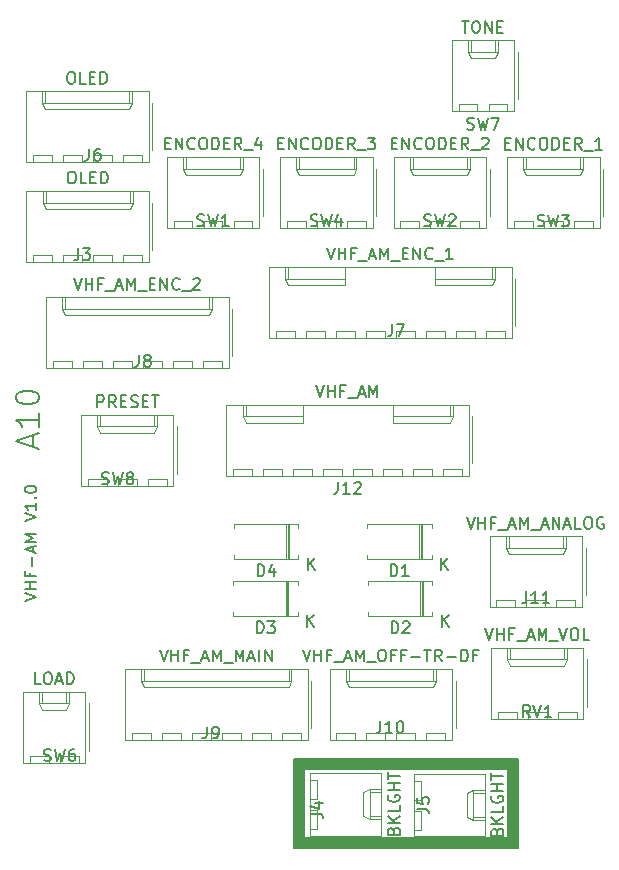
<source format=gbr>
%TF.GenerationSoftware,KiCad,Pcbnew,7.0.9*%
%TF.CreationDate,2023-11-26T06:02:27+10:00*%
%TF.ProjectId,INTERCOMM,494e5445-5243-44f4-9d4d-2e6b69636164,rev?*%
%TF.SameCoordinates,Original*%
%TF.FileFunction,Legend,Top*%
%TF.FilePolarity,Positive*%
%FSLAX46Y46*%
G04 Gerber Fmt 4.6, Leading zero omitted, Abs format (unit mm)*
G04 Created by KiCad (PCBNEW 7.0.9) date 2023-11-26 06:02:27*
%MOMM*%
%LPD*%
G01*
G04 APERTURE LIST*
%ADD10C,0.150000*%
%ADD11C,0.120000*%
G04 APERTURE END LIST*
D10*
X130532300Y-107460000D02*
X149517700Y-107460000D01*
X149517700Y-108320000D01*
X130532300Y-108320000D01*
X130532300Y-107460000D01*
G36*
X130532300Y-107460000D02*
G01*
X149517700Y-107460000D01*
X149517700Y-108320000D01*
X130532300Y-108320000D01*
X130532300Y-107460000D01*
G37*
X131360000Y-114140000D02*
X148695400Y-114140000D01*
X148695400Y-115000000D01*
X131360000Y-115000000D01*
X131360000Y-114140000D01*
G36*
X131360000Y-114140000D02*
G01*
X148695400Y-114140000D01*
X148695400Y-115000000D01*
X131360000Y-115000000D01*
X131360000Y-114140000D01*
G37*
X148670000Y-107980000D02*
X149530000Y-107980000D01*
X149530000Y-115030000D01*
X148670000Y-115030000D01*
X148670000Y-107980000D01*
G36*
X148670000Y-107980000D02*
G01*
X149530000Y-107980000D01*
X149530000Y-115030000D01*
X148670000Y-115030000D01*
X148670000Y-107980000D01*
G37*
X130520000Y-107980000D02*
X131380000Y-107980000D01*
X131380000Y-114970000D01*
X130520000Y-114970000D01*
X130520000Y-107980000D01*
G36*
X130520000Y-107980000D02*
G01*
X131380000Y-107980000D01*
X131380000Y-114970000D01*
X130520000Y-114970000D01*
X130520000Y-107980000D01*
G37*
X108396009Y-81030363D02*
X108396009Y-80077982D01*
X108967438Y-81220839D02*
X106967438Y-80554173D01*
X106967438Y-80554173D02*
X108967438Y-79887506D01*
X108967438Y-78173220D02*
X108967438Y-79316077D01*
X108967438Y-78744649D02*
X106967438Y-78744649D01*
X106967438Y-78744649D02*
X107253152Y-78935125D01*
X107253152Y-78935125D02*
X107443628Y-79125601D01*
X107443628Y-79125601D02*
X107538866Y-79316077D01*
X106967438Y-76935125D02*
X106967438Y-76744648D01*
X106967438Y-76744648D02*
X107062676Y-76554172D01*
X107062676Y-76554172D02*
X107157914Y-76458934D01*
X107157914Y-76458934D02*
X107348390Y-76363696D01*
X107348390Y-76363696D02*
X107729342Y-76268458D01*
X107729342Y-76268458D02*
X108205533Y-76268458D01*
X108205533Y-76268458D02*
X108586485Y-76363696D01*
X108586485Y-76363696D02*
X108776961Y-76458934D01*
X108776961Y-76458934D02*
X108872200Y-76554172D01*
X108872200Y-76554172D02*
X108967438Y-76744648D01*
X108967438Y-76744648D02*
X108967438Y-76935125D01*
X108967438Y-76935125D02*
X108872200Y-77125601D01*
X108872200Y-77125601D02*
X108776961Y-77220839D01*
X108776961Y-77220839D02*
X108586485Y-77316077D01*
X108586485Y-77316077D02*
X108205533Y-77411315D01*
X108205533Y-77411315D02*
X107729342Y-77411315D01*
X107729342Y-77411315D02*
X107348390Y-77316077D01*
X107348390Y-77316077D02*
X107157914Y-77220839D01*
X107157914Y-77220839D02*
X107062676Y-77125601D01*
X107062676Y-77125601D02*
X106967438Y-76935125D01*
X107719819Y-94056077D02*
X108719819Y-93722744D01*
X108719819Y-93722744D02*
X107719819Y-93389411D01*
X108719819Y-93056077D02*
X107719819Y-93056077D01*
X108196009Y-93056077D02*
X108196009Y-92484649D01*
X108719819Y-92484649D02*
X107719819Y-92484649D01*
X108196009Y-91675125D02*
X108196009Y-92008458D01*
X108719819Y-92008458D02*
X107719819Y-92008458D01*
X107719819Y-92008458D02*
X107719819Y-91532268D01*
X108338866Y-91151315D02*
X108338866Y-90389411D01*
X108434104Y-89960839D02*
X108434104Y-89484649D01*
X108719819Y-90056077D02*
X107719819Y-89722744D01*
X107719819Y-89722744D02*
X108719819Y-89389411D01*
X108719819Y-89056077D02*
X107719819Y-89056077D01*
X107719819Y-89056077D02*
X108434104Y-88722744D01*
X108434104Y-88722744D02*
X107719819Y-88389411D01*
X107719819Y-88389411D02*
X108719819Y-88389411D01*
X107719819Y-87294172D02*
X108719819Y-86960839D01*
X108719819Y-86960839D02*
X107719819Y-86627506D01*
X108719819Y-85770363D02*
X108719819Y-86341791D01*
X108719819Y-86056077D02*
X107719819Y-86056077D01*
X107719819Y-86056077D02*
X107862676Y-86151315D01*
X107862676Y-86151315D02*
X107957914Y-86246553D01*
X107957914Y-86246553D02*
X108005533Y-86341791D01*
X108624580Y-85341791D02*
X108672200Y-85294172D01*
X108672200Y-85294172D02*
X108719819Y-85341791D01*
X108719819Y-85341791D02*
X108672200Y-85389410D01*
X108672200Y-85389410D02*
X108624580Y-85341791D01*
X108624580Y-85341791D02*
X108719819Y-85341791D01*
X107719819Y-84675125D02*
X107719819Y-84579887D01*
X107719819Y-84579887D02*
X107767438Y-84484649D01*
X107767438Y-84484649D02*
X107815057Y-84437030D01*
X107815057Y-84437030D02*
X107910295Y-84389411D01*
X107910295Y-84389411D02*
X108100771Y-84341792D01*
X108100771Y-84341792D02*
X108338866Y-84341792D01*
X108338866Y-84341792D02*
X108529342Y-84389411D01*
X108529342Y-84389411D02*
X108624580Y-84437030D01*
X108624580Y-84437030D02*
X108672200Y-84484649D01*
X108672200Y-84484649D02*
X108719819Y-84579887D01*
X108719819Y-84579887D02*
X108719819Y-84675125D01*
X108719819Y-84675125D02*
X108672200Y-84770363D01*
X108672200Y-84770363D02*
X108624580Y-84817982D01*
X108624580Y-84817982D02*
X108529342Y-84865601D01*
X108529342Y-84865601D02*
X108338866Y-84913220D01*
X108338866Y-84913220D02*
X108100771Y-84913220D01*
X108100771Y-84913220D02*
X107910295Y-84865601D01*
X107910295Y-84865601D02*
X107815057Y-84817982D01*
X107815057Y-84817982D02*
X107767438Y-84770363D01*
X107767438Y-84770363D02*
X107719819Y-84675125D01*
X145206667Y-54127200D02*
X145349524Y-54174819D01*
X145349524Y-54174819D02*
X145587619Y-54174819D01*
X145587619Y-54174819D02*
X145682857Y-54127200D01*
X145682857Y-54127200D02*
X145730476Y-54079580D01*
X145730476Y-54079580D02*
X145778095Y-53984342D01*
X145778095Y-53984342D02*
X145778095Y-53889104D01*
X145778095Y-53889104D02*
X145730476Y-53793866D01*
X145730476Y-53793866D02*
X145682857Y-53746247D01*
X145682857Y-53746247D02*
X145587619Y-53698628D01*
X145587619Y-53698628D02*
X145397143Y-53651009D01*
X145397143Y-53651009D02*
X145301905Y-53603390D01*
X145301905Y-53603390D02*
X145254286Y-53555771D01*
X145254286Y-53555771D02*
X145206667Y-53460533D01*
X145206667Y-53460533D02*
X145206667Y-53365295D01*
X145206667Y-53365295D02*
X145254286Y-53270057D01*
X145254286Y-53270057D02*
X145301905Y-53222438D01*
X145301905Y-53222438D02*
X145397143Y-53174819D01*
X145397143Y-53174819D02*
X145635238Y-53174819D01*
X145635238Y-53174819D02*
X145778095Y-53222438D01*
X146111429Y-53174819D02*
X146349524Y-54174819D01*
X146349524Y-54174819D02*
X146540000Y-53460533D01*
X146540000Y-53460533D02*
X146730476Y-54174819D01*
X146730476Y-54174819D02*
X146968572Y-53174819D01*
X147254286Y-53174819D02*
X147920952Y-53174819D01*
X147920952Y-53174819D02*
X147492381Y-54174819D01*
X144754286Y-44974819D02*
X145325714Y-44974819D01*
X145040000Y-45974819D02*
X145040000Y-44974819D01*
X145849524Y-44974819D02*
X146040000Y-44974819D01*
X146040000Y-44974819D02*
X146135238Y-45022438D01*
X146135238Y-45022438D02*
X146230476Y-45117676D01*
X146230476Y-45117676D02*
X146278095Y-45308152D01*
X146278095Y-45308152D02*
X146278095Y-45641485D01*
X146278095Y-45641485D02*
X146230476Y-45831961D01*
X146230476Y-45831961D02*
X146135238Y-45927200D01*
X146135238Y-45927200D02*
X146040000Y-45974819D01*
X146040000Y-45974819D02*
X145849524Y-45974819D01*
X145849524Y-45974819D02*
X145754286Y-45927200D01*
X145754286Y-45927200D02*
X145659048Y-45831961D01*
X145659048Y-45831961D02*
X145611429Y-45641485D01*
X145611429Y-45641485D02*
X145611429Y-45308152D01*
X145611429Y-45308152D02*
X145659048Y-45117676D01*
X145659048Y-45117676D02*
X145754286Y-45022438D01*
X145754286Y-45022438D02*
X145849524Y-44974819D01*
X146706667Y-45974819D02*
X146706667Y-44974819D01*
X146706667Y-44974819D02*
X147278095Y-45974819D01*
X147278095Y-45974819D02*
X147278095Y-44974819D01*
X147754286Y-45451009D02*
X148087619Y-45451009D01*
X148230476Y-45974819D02*
X147754286Y-45974819D01*
X147754286Y-45974819D02*
X147754286Y-44974819D01*
X147754286Y-44974819D02*
X148230476Y-44974819D01*
X150524761Y-103904819D02*
X150191428Y-103428628D01*
X149953333Y-103904819D02*
X149953333Y-102904819D01*
X149953333Y-102904819D02*
X150334285Y-102904819D01*
X150334285Y-102904819D02*
X150429523Y-102952438D01*
X150429523Y-102952438D02*
X150477142Y-103000057D01*
X150477142Y-103000057D02*
X150524761Y-103095295D01*
X150524761Y-103095295D02*
X150524761Y-103238152D01*
X150524761Y-103238152D02*
X150477142Y-103333390D01*
X150477142Y-103333390D02*
X150429523Y-103381009D01*
X150429523Y-103381009D02*
X150334285Y-103428628D01*
X150334285Y-103428628D02*
X149953333Y-103428628D01*
X150810476Y-102904819D02*
X151143809Y-103904819D01*
X151143809Y-103904819D02*
X151477142Y-102904819D01*
X152334285Y-103904819D02*
X151762857Y-103904819D01*
X152048571Y-103904819D02*
X152048571Y-102904819D01*
X152048571Y-102904819D02*
X151953333Y-103047676D01*
X151953333Y-103047676D02*
X151858095Y-103142914D01*
X151858095Y-103142914D02*
X151762857Y-103190533D01*
X146715238Y-96394819D02*
X147048571Y-97394819D01*
X147048571Y-97394819D02*
X147381904Y-96394819D01*
X147715238Y-97394819D02*
X147715238Y-96394819D01*
X147715238Y-96871009D02*
X148286666Y-96871009D01*
X148286666Y-97394819D02*
X148286666Y-96394819D01*
X149096190Y-96871009D02*
X148762857Y-96871009D01*
X148762857Y-97394819D02*
X148762857Y-96394819D01*
X148762857Y-96394819D02*
X149239047Y-96394819D01*
X149381905Y-97490057D02*
X150143809Y-97490057D01*
X150334286Y-97109104D02*
X150810476Y-97109104D01*
X150239048Y-97394819D02*
X150572381Y-96394819D01*
X150572381Y-96394819D02*
X150905714Y-97394819D01*
X151239048Y-97394819D02*
X151239048Y-96394819D01*
X151239048Y-96394819D02*
X151572381Y-97109104D01*
X151572381Y-97109104D02*
X151905714Y-96394819D01*
X151905714Y-96394819D02*
X151905714Y-97394819D01*
X152143810Y-97490057D02*
X152905714Y-97490057D01*
X153000953Y-96394819D02*
X153334286Y-97394819D01*
X153334286Y-97394819D02*
X153667619Y-96394819D01*
X154191429Y-96394819D02*
X154381905Y-96394819D01*
X154381905Y-96394819D02*
X154477143Y-96442438D01*
X154477143Y-96442438D02*
X154572381Y-96537676D01*
X154572381Y-96537676D02*
X154620000Y-96728152D01*
X154620000Y-96728152D02*
X154620000Y-97061485D01*
X154620000Y-97061485D02*
X154572381Y-97251961D01*
X154572381Y-97251961D02*
X154477143Y-97347200D01*
X154477143Y-97347200D02*
X154381905Y-97394819D01*
X154381905Y-97394819D02*
X154191429Y-97394819D01*
X154191429Y-97394819D02*
X154096191Y-97347200D01*
X154096191Y-97347200D02*
X154000953Y-97251961D01*
X154000953Y-97251961D02*
X153953334Y-97061485D01*
X153953334Y-97061485D02*
X153953334Y-96728152D01*
X153953334Y-96728152D02*
X154000953Y-96537676D01*
X154000953Y-96537676D02*
X154096191Y-96442438D01*
X154096191Y-96442438D02*
X154191429Y-96394819D01*
X155524762Y-97394819D02*
X155048572Y-97394819D01*
X155048572Y-97394819D02*
X155048572Y-96394819D01*
X137850476Y-104254819D02*
X137850476Y-104969104D01*
X137850476Y-104969104D02*
X137802857Y-105111961D01*
X137802857Y-105111961D02*
X137707619Y-105207200D01*
X137707619Y-105207200D02*
X137564762Y-105254819D01*
X137564762Y-105254819D02*
X137469524Y-105254819D01*
X138850476Y-105254819D02*
X138279048Y-105254819D01*
X138564762Y-105254819D02*
X138564762Y-104254819D01*
X138564762Y-104254819D02*
X138469524Y-104397676D01*
X138469524Y-104397676D02*
X138374286Y-104492914D01*
X138374286Y-104492914D02*
X138279048Y-104540533D01*
X139469524Y-104254819D02*
X139564762Y-104254819D01*
X139564762Y-104254819D02*
X139660000Y-104302438D01*
X139660000Y-104302438D02*
X139707619Y-104350057D01*
X139707619Y-104350057D02*
X139755238Y-104445295D01*
X139755238Y-104445295D02*
X139802857Y-104635771D01*
X139802857Y-104635771D02*
X139802857Y-104873866D01*
X139802857Y-104873866D02*
X139755238Y-105064342D01*
X139755238Y-105064342D02*
X139707619Y-105159580D01*
X139707619Y-105159580D02*
X139660000Y-105207200D01*
X139660000Y-105207200D02*
X139564762Y-105254819D01*
X139564762Y-105254819D02*
X139469524Y-105254819D01*
X139469524Y-105254819D02*
X139374286Y-105207200D01*
X139374286Y-105207200D02*
X139326667Y-105159580D01*
X139326667Y-105159580D02*
X139279048Y-105064342D01*
X139279048Y-105064342D02*
X139231429Y-104873866D01*
X139231429Y-104873866D02*
X139231429Y-104635771D01*
X139231429Y-104635771D02*
X139279048Y-104445295D01*
X139279048Y-104445295D02*
X139326667Y-104350057D01*
X139326667Y-104350057D02*
X139374286Y-104302438D01*
X139374286Y-104302438D02*
X139469524Y-104254819D01*
X131263809Y-98194819D02*
X131597142Y-99194819D01*
X131597142Y-99194819D02*
X131930475Y-98194819D01*
X132263809Y-99194819D02*
X132263809Y-98194819D01*
X132263809Y-98671009D02*
X132835237Y-98671009D01*
X132835237Y-99194819D02*
X132835237Y-98194819D01*
X133644761Y-98671009D02*
X133311428Y-98671009D01*
X133311428Y-99194819D02*
X133311428Y-98194819D01*
X133311428Y-98194819D02*
X133787618Y-98194819D01*
X133930476Y-99290057D02*
X134692380Y-99290057D01*
X134882857Y-98909104D02*
X135359047Y-98909104D01*
X134787619Y-99194819D02*
X135120952Y-98194819D01*
X135120952Y-98194819D02*
X135454285Y-99194819D01*
X135787619Y-99194819D02*
X135787619Y-98194819D01*
X135787619Y-98194819D02*
X136120952Y-98909104D01*
X136120952Y-98909104D02*
X136454285Y-98194819D01*
X136454285Y-98194819D02*
X136454285Y-99194819D01*
X136692381Y-99290057D02*
X137454285Y-99290057D01*
X137882857Y-98194819D02*
X138073333Y-98194819D01*
X138073333Y-98194819D02*
X138168571Y-98242438D01*
X138168571Y-98242438D02*
X138263809Y-98337676D01*
X138263809Y-98337676D02*
X138311428Y-98528152D01*
X138311428Y-98528152D02*
X138311428Y-98861485D01*
X138311428Y-98861485D02*
X138263809Y-99051961D01*
X138263809Y-99051961D02*
X138168571Y-99147200D01*
X138168571Y-99147200D02*
X138073333Y-99194819D01*
X138073333Y-99194819D02*
X137882857Y-99194819D01*
X137882857Y-99194819D02*
X137787619Y-99147200D01*
X137787619Y-99147200D02*
X137692381Y-99051961D01*
X137692381Y-99051961D02*
X137644762Y-98861485D01*
X137644762Y-98861485D02*
X137644762Y-98528152D01*
X137644762Y-98528152D02*
X137692381Y-98337676D01*
X137692381Y-98337676D02*
X137787619Y-98242438D01*
X137787619Y-98242438D02*
X137882857Y-98194819D01*
X139073333Y-98671009D02*
X138740000Y-98671009D01*
X138740000Y-99194819D02*
X138740000Y-98194819D01*
X138740000Y-98194819D02*
X139216190Y-98194819D01*
X139930476Y-98671009D02*
X139597143Y-98671009D01*
X139597143Y-99194819D02*
X139597143Y-98194819D01*
X139597143Y-98194819D02*
X140073333Y-98194819D01*
X140454286Y-98813866D02*
X141216191Y-98813866D01*
X141549524Y-98194819D02*
X142120952Y-98194819D01*
X141835238Y-99194819D02*
X141835238Y-98194819D01*
X143025714Y-99194819D02*
X142692381Y-98718628D01*
X142454286Y-99194819D02*
X142454286Y-98194819D01*
X142454286Y-98194819D02*
X142835238Y-98194819D01*
X142835238Y-98194819D02*
X142930476Y-98242438D01*
X142930476Y-98242438D02*
X142978095Y-98290057D01*
X142978095Y-98290057D02*
X143025714Y-98385295D01*
X143025714Y-98385295D02*
X143025714Y-98528152D01*
X143025714Y-98528152D02*
X142978095Y-98623390D01*
X142978095Y-98623390D02*
X142930476Y-98671009D01*
X142930476Y-98671009D02*
X142835238Y-98718628D01*
X142835238Y-98718628D02*
X142454286Y-98718628D01*
X143454286Y-98813866D02*
X144216191Y-98813866D01*
X144692381Y-99194819D02*
X144692381Y-98194819D01*
X144692381Y-98194819D02*
X144930476Y-98194819D01*
X144930476Y-98194819D02*
X145073333Y-98242438D01*
X145073333Y-98242438D02*
X145168571Y-98337676D01*
X145168571Y-98337676D02*
X145216190Y-98432914D01*
X145216190Y-98432914D02*
X145263809Y-98623390D01*
X145263809Y-98623390D02*
X145263809Y-98766247D01*
X145263809Y-98766247D02*
X145216190Y-98956723D01*
X145216190Y-98956723D02*
X145168571Y-99051961D01*
X145168571Y-99051961D02*
X145073333Y-99147200D01*
X145073333Y-99147200D02*
X144930476Y-99194819D01*
X144930476Y-99194819D02*
X144692381Y-99194819D01*
X146025714Y-98671009D02*
X145692381Y-98671009D01*
X145692381Y-99194819D02*
X145692381Y-98194819D01*
X145692381Y-98194819D02*
X146168571Y-98194819D01*
X150200476Y-93274819D02*
X150200476Y-93989104D01*
X150200476Y-93989104D02*
X150152857Y-94131961D01*
X150152857Y-94131961D02*
X150057619Y-94227200D01*
X150057619Y-94227200D02*
X149914762Y-94274819D01*
X149914762Y-94274819D02*
X149819524Y-94274819D01*
X151200476Y-94274819D02*
X150629048Y-94274819D01*
X150914762Y-94274819D02*
X150914762Y-93274819D01*
X150914762Y-93274819D02*
X150819524Y-93417676D01*
X150819524Y-93417676D02*
X150724286Y-93512914D01*
X150724286Y-93512914D02*
X150629048Y-93560533D01*
X152152857Y-94274819D02*
X151581429Y-94274819D01*
X151867143Y-94274819D02*
X151867143Y-93274819D01*
X151867143Y-93274819D02*
X151771905Y-93417676D01*
X151771905Y-93417676D02*
X151676667Y-93512914D01*
X151676667Y-93512914D02*
X151581429Y-93560533D01*
X145152857Y-86964819D02*
X145486190Y-87964819D01*
X145486190Y-87964819D02*
X145819523Y-86964819D01*
X146152857Y-87964819D02*
X146152857Y-86964819D01*
X146152857Y-87441009D02*
X146724285Y-87441009D01*
X146724285Y-87964819D02*
X146724285Y-86964819D01*
X147533809Y-87441009D02*
X147200476Y-87441009D01*
X147200476Y-87964819D02*
X147200476Y-86964819D01*
X147200476Y-86964819D02*
X147676666Y-86964819D01*
X147819524Y-88060057D02*
X148581428Y-88060057D01*
X148771905Y-87679104D02*
X149248095Y-87679104D01*
X148676667Y-87964819D02*
X149010000Y-86964819D01*
X149010000Y-86964819D02*
X149343333Y-87964819D01*
X149676667Y-87964819D02*
X149676667Y-86964819D01*
X149676667Y-86964819D02*
X150010000Y-87679104D01*
X150010000Y-87679104D02*
X150343333Y-86964819D01*
X150343333Y-86964819D02*
X150343333Y-87964819D01*
X150581429Y-88060057D02*
X151343333Y-88060057D01*
X151533810Y-87679104D02*
X152010000Y-87679104D01*
X151438572Y-87964819D02*
X151771905Y-86964819D01*
X151771905Y-86964819D02*
X152105238Y-87964819D01*
X152438572Y-87964819D02*
X152438572Y-86964819D01*
X152438572Y-86964819D02*
X153010000Y-87964819D01*
X153010000Y-87964819D02*
X153010000Y-86964819D01*
X153438572Y-87679104D02*
X153914762Y-87679104D01*
X153343334Y-87964819D02*
X153676667Y-86964819D01*
X153676667Y-86964819D02*
X154010000Y-87964819D01*
X154819524Y-87964819D02*
X154343334Y-87964819D01*
X154343334Y-87964819D02*
X154343334Y-86964819D01*
X155343334Y-86964819D02*
X155533810Y-86964819D01*
X155533810Y-86964819D02*
X155629048Y-87012438D01*
X155629048Y-87012438D02*
X155724286Y-87107676D01*
X155724286Y-87107676D02*
X155771905Y-87298152D01*
X155771905Y-87298152D02*
X155771905Y-87631485D01*
X155771905Y-87631485D02*
X155724286Y-87821961D01*
X155724286Y-87821961D02*
X155629048Y-87917200D01*
X155629048Y-87917200D02*
X155533810Y-87964819D01*
X155533810Y-87964819D02*
X155343334Y-87964819D01*
X155343334Y-87964819D02*
X155248096Y-87917200D01*
X155248096Y-87917200D02*
X155152858Y-87821961D01*
X155152858Y-87821961D02*
X155105239Y-87631485D01*
X155105239Y-87631485D02*
X155105239Y-87298152D01*
X155105239Y-87298152D02*
X155152858Y-87107676D01*
X155152858Y-87107676D02*
X155248096Y-87012438D01*
X155248096Y-87012438D02*
X155343334Y-86964819D01*
X156724286Y-87012438D02*
X156629048Y-86964819D01*
X156629048Y-86964819D02*
X156486191Y-86964819D01*
X156486191Y-86964819D02*
X156343334Y-87012438D01*
X156343334Y-87012438D02*
X156248096Y-87107676D01*
X156248096Y-87107676D02*
X156200477Y-87202914D01*
X156200477Y-87202914D02*
X156152858Y-87393390D01*
X156152858Y-87393390D02*
X156152858Y-87536247D01*
X156152858Y-87536247D02*
X156200477Y-87726723D01*
X156200477Y-87726723D02*
X156248096Y-87821961D01*
X156248096Y-87821961D02*
X156343334Y-87917200D01*
X156343334Y-87917200D02*
X156486191Y-87964819D01*
X156486191Y-87964819D02*
X156581429Y-87964819D01*
X156581429Y-87964819D02*
X156724286Y-87917200D01*
X156724286Y-87917200D02*
X156771905Y-87869580D01*
X156771905Y-87869580D02*
X156771905Y-87536247D01*
X156771905Y-87536247D02*
X156581429Y-87536247D01*
X140954819Y-111693333D02*
X141669104Y-111693333D01*
X141669104Y-111693333D02*
X141811961Y-111740952D01*
X141811961Y-111740952D02*
X141907200Y-111836190D01*
X141907200Y-111836190D02*
X141954819Y-111979047D01*
X141954819Y-111979047D02*
X141954819Y-112074285D01*
X140954819Y-110740952D02*
X140954819Y-111217142D01*
X140954819Y-111217142D02*
X141431009Y-111264761D01*
X141431009Y-111264761D02*
X141383390Y-111217142D01*
X141383390Y-111217142D02*
X141335771Y-111121904D01*
X141335771Y-111121904D02*
X141335771Y-110883809D01*
X141335771Y-110883809D02*
X141383390Y-110788571D01*
X141383390Y-110788571D02*
X141431009Y-110740952D01*
X141431009Y-110740952D02*
X141526247Y-110693333D01*
X141526247Y-110693333D02*
X141764342Y-110693333D01*
X141764342Y-110693333D02*
X141859580Y-110740952D01*
X141859580Y-110740952D02*
X141907200Y-110788571D01*
X141907200Y-110788571D02*
X141954819Y-110883809D01*
X141954819Y-110883809D02*
X141954819Y-111121904D01*
X141954819Y-111121904D02*
X141907200Y-111217142D01*
X141907200Y-111217142D02*
X141859580Y-111264761D01*
X147721009Y-113608095D02*
X147768628Y-113465238D01*
X147768628Y-113465238D02*
X147816247Y-113417619D01*
X147816247Y-113417619D02*
X147911485Y-113370000D01*
X147911485Y-113370000D02*
X148054342Y-113370000D01*
X148054342Y-113370000D02*
X148149580Y-113417619D01*
X148149580Y-113417619D02*
X148197200Y-113465238D01*
X148197200Y-113465238D02*
X148244819Y-113560476D01*
X148244819Y-113560476D02*
X148244819Y-113941428D01*
X148244819Y-113941428D02*
X147244819Y-113941428D01*
X147244819Y-113941428D02*
X147244819Y-113608095D01*
X147244819Y-113608095D02*
X147292438Y-113512857D01*
X147292438Y-113512857D02*
X147340057Y-113465238D01*
X147340057Y-113465238D02*
X147435295Y-113417619D01*
X147435295Y-113417619D02*
X147530533Y-113417619D01*
X147530533Y-113417619D02*
X147625771Y-113465238D01*
X147625771Y-113465238D02*
X147673390Y-113512857D01*
X147673390Y-113512857D02*
X147721009Y-113608095D01*
X147721009Y-113608095D02*
X147721009Y-113941428D01*
X148244819Y-112941428D02*
X147244819Y-112941428D01*
X148244819Y-112370000D02*
X147673390Y-112798571D01*
X147244819Y-112370000D02*
X147816247Y-112941428D01*
X148244819Y-111465238D02*
X148244819Y-111941428D01*
X148244819Y-111941428D02*
X147244819Y-111941428D01*
X147292438Y-110608095D02*
X147244819Y-110703333D01*
X147244819Y-110703333D02*
X147244819Y-110846190D01*
X147244819Y-110846190D02*
X147292438Y-110989047D01*
X147292438Y-110989047D02*
X147387676Y-111084285D01*
X147387676Y-111084285D02*
X147482914Y-111131904D01*
X147482914Y-111131904D02*
X147673390Y-111179523D01*
X147673390Y-111179523D02*
X147816247Y-111179523D01*
X147816247Y-111179523D02*
X148006723Y-111131904D01*
X148006723Y-111131904D02*
X148101961Y-111084285D01*
X148101961Y-111084285D02*
X148197200Y-110989047D01*
X148197200Y-110989047D02*
X148244819Y-110846190D01*
X148244819Y-110846190D02*
X148244819Y-110750952D01*
X148244819Y-110750952D02*
X148197200Y-110608095D01*
X148197200Y-110608095D02*
X148149580Y-110560476D01*
X148149580Y-110560476D02*
X147816247Y-110560476D01*
X147816247Y-110560476D02*
X147816247Y-110750952D01*
X148244819Y-110131904D02*
X147244819Y-110131904D01*
X147721009Y-110131904D02*
X147721009Y-109560476D01*
X148244819Y-109560476D02*
X147244819Y-109560476D01*
X147244819Y-109227142D02*
X147244819Y-108655714D01*
X148244819Y-108941428D02*
X147244819Y-108941428D01*
X127451905Y-91994819D02*
X127451905Y-90994819D01*
X127451905Y-90994819D02*
X127690000Y-90994819D01*
X127690000Y-90994819D02*
X127832857Y-91042438D01*
X127832857Y-91042438D02*
X127928095Y-91137676D01*
X127928095Y-91137676D02*
X127975714Y-91232914D01*
X127975714Y-91232914D02*
X128023333Y-91423390D01*
X128023333Y-91423390D02*
X128023333Y-91566247D01*
X128023333Y-91566247D02*
X127975714Y-91756723D01*
X127975714Y-91756723D02*
X127928095Y-91851961D01*
X127928095Y-91851961D02*
X127832857Y-91947200D01*
X127832857Y-91947200D02*
X127690000Y-91994819D01*
X127690000Y-91994819D02*
X127451905Y-91994819D01*
X128880476Y-91328152D02*
X128880476Y-91994819D01*
X128642381Y-90947200D02*
X128404286Y-91661485D01*
X128404286Y-91661485D02*
X129023333Y-91661485D01*
X131738095Y-91424819D02*
X131738095Y-90424819D01*
X132309523Y-91424819D02*
X131880952Y-90853390D01*
X132309523Y-90424819D02*
X131738095Y-90996247D01*
X114266667Y-84137200D02*
X114409524Y-84184819D01*
X114409524Y-84184819D02*
X114647619Y-84184819D01*
X114647619Y-84184819D02*
X114742857Y-84137200D01*
X114742857Y-84137200D02*
X114790476Y-84089580D01*
X114790476Y-84089580D02*
X114838095Y-83994342D01*
X114838095Y-83994342D02*
X114838095Y-83899104D01*
X114838095Y-83899104D02*
X114790476Y-83803866D01*
X114790476Y-83803866D02*
X114742857Y-83756247D01*
X114742857Y-83756247D02*
X114647619Y-83708628D01*
X114647619Y-83708628D02*
X114457143Y-83661009D01*
X114457143Y-83661009D02*
X114361905Y-83613390D01*
X114361905Y-83613390D02*
X114314286Y-83565771D01*
X114314286Y-83565771D02*
X114266667Y-83470533D01*
X114266667Y-83470533D02*
X114266667Y-83375295D01*
X114266667Y-83375295D02*
X114314286Y-83280057D01*
X114314286Y-83280057D02*
X114361905Y-83232438D01*
X114361905Y-83232438D02*
X114457143Y-83184819D01*
X114457143Y-83184819D02*
X114695238Y-83184819D01*
X114695238Y-83184819D02*
X114838095Y-83232438D01*
X115171429Y-83184819D02*
X115409524Y-84184819D01*
X115409524Y-84184819D02*
X115600000Y-83470533D01*
X115600000Y-83470533D02*
X115790476Y-84184819D01*
X115790476Y-84184819D02*
X116028572Y-83184819D01*
X116552381Y-83613390D02*
X116457143Y-83565771D01*
X116457143Y-83565771D02*
X116409524Y-83518152D01*
X116409524Y-83518152D02*
X116361905Y-83422914D01*
X116361905Y-83422914D02*
X116361905Y-83375295D01*
X116361905Y-83375295D02*
X116409524Y-83280057D01*
X116409524Y-83280057D02*
X116457143Y-83232438D01*
X116457143Y-83232438D02*
X116552381Y-83184819D01*
X116552381Y-83184819D02*
X116742857Y-83184819D01*
X116742857Y-83184819D02*
X116838095Y-83232438D01*
X116838095Y-83232438D02*
X116885714Y-83280057D01*
X116885714Y-83280057D02*
X116933333Y-83375295D01*
X116933333Y-83375295D02*
X116933333Y-83422914D01*
X116933333Y-83422914D02*
X116885714Y-83518152D01*
X116885714Y-83518152D02*
X116838095Y-83565771D01*
X116838095Y-83565771D02*
X116742857Y-83613390D01*
X116742857Y-83613390D02*
X116552381Y-83613390D01*
X116552381Y-83613390D02*
X116457143Y-83661009D01*
X116457143Y-83661009D02*
X116409524Y-83708628D01*
X116409524Y-83708628D02*
X116361905Y-83803866D01*
X116361905Y-83803866D02*
X116361905Y-83994342D01*
X116361905Y-83994342D02*
X116409524Y-84089580D01*
X116409524Y-84089580D02*
X116457143Y-84137200D01*
X116457143Y-84137200D02*
X116552381Y-84184819D01*
X116552381Y-84184819D02*
X116742857Y-84184819D01*
X116742857Y-84184819D02*
X116838095Y-84137200D01*
X116838095Y-84137200D02*
X116885714Y-84089580D01*
X116885714Y-84089580D02*
X116933333Y-83994342D01*
X116933333Y-83994342D02*
X116933333Y-83803866D01*
X116933333Y-83803866D02*
X116885714Y-83708628D01*
X116885714Y-83708628D02*
X116838095Y-83661009D01*
X116838095Y-83661009D02*
X116742857Y-83613390D01*
X113876190Y-77674819D02*
X113876190Y-76674819D01*
X113876190Y-76674819D02*
X114257142Y-76674819D01*
X114257142Y-76674819D02*
X114352380Y-76722438D01*
X114352380Y-76722438D02*
X114399999Y-76770057D01*
X114399999Y-76770057D02*
X114447618Y-76865295D01*
X114447618Y-76865295D02*
X114447618Y-77008152D01*
X114447618Y-77008152D02*
X114399999Y-77103390D01*
X114399999Y-77103390D02*
X114352380Y-77151009D01*
X114352380Y-77151009D02*
X114257142Y-77198628D01*
X114257142Y-77198628D02*
X113876190Y-77198628D01*
X115447618Y-77674819D02*
X115114285Y-77198628D01*
X114876190Y-77674819D02*
X114876190Y-76674819D01*
X114876190Y-76674819D02*
X115257142Y-76674819D01*
X115257142Y-76674819D02*
X115352380Y-76722438D01*
X115352380Y-76722438D02*
X115399999Y-76770057D01*
X115399999Y-76770057D02*
X115447618Y-76865295D01*
X115447618Y-76865295D02*
X115447618Y-77008152D01*
X115447618Y-77008152D02*
X115399999Y-77103390D01*
X115399999Y-77103390D02*
X115352380Y-77151009D01*
X115352380Y-77151009D02*
X115257142Y-77198628D01*
X115257142Y-77198628D02*
X114876190Y-77198628D01*
X115876190Y-77151009D02*
X116209523Y-77151009D01*
X116352380Y-77674819D02*
X115876190Y-77674819D01*
X115876190Y-77674819D02*
X115876190Y-76674819D01*
X115876190Y-76674819D02*
X116352380Y-76674819D01*
X116733333Y-77627200D02*
X116876190Y-77674819D01*
X116876190Y-77674819D02*
X117114285Y-77674819D01*
X117114285Y-77674819D02*
X117209523Y-77627200D01*
X117209523Y-77627200D02*
X117257142Y-77579580D01*
X117257142Y-77579580D02*
X117304761Y-77484342D01*
X117304761Y-77484342D02*
X117304761Y-77389104D01*
X117304761Y-77389104D02*
X117257142Y-77293866D01*
X117257142Y-77293866D02*
X117209523Y-77246247D01*
X117209523Y-77246247D02*
X117114285Y-77198628D01*
X117114285Y-77198628D02*
X116923809Y-77151009D01*
X116923809Y-77151009D02*
X116828571Y-77103390D01*
X116828571Y-77103390D02*
X116780952Y-77055771D01*
X116780952Y-77055771D02*
X116733333Y-76960533D01*
X116733333Y-76960533D02*
X116733333Y-76865295D01*
X116733333Y-76865295D02*
X116780952Y-76770057D01*
X116780952Y-76770057D02*
X116828571Y-76722438D01*
X116828571Y-76722438D02*
X116923809Y-76674819D01*
X116923809Y-76674819D02*
X117161904Y-76674819D01*
X117161904Y-76674819D02*
X117304761Y-76722438D01*
X117733333Y-77151009D02*
X118066666Y-77151009D01*
X118209523Y-77674819D02*
X117733333Y-77674819D01*
X117733333Y-77674819D02*
X117733333Y-76674819D01*
X117733333Y-76674819D02*
X118209523Y-76674819D01*
X118495238Y-76674819D02*
X119066666Y-76674819D01*
X118780952Y-77674819D02*
X118780952Y-76674819D01*
X123166666Y-104714819D02*
X123166666Y-105429104D01*
X123166666Y-105429104D02*
X123119047Y-105571961D01*
X123119047Y-105571961D02*
X123023809Y-105667200D01*
X123023809Y-105667200D02*
X122880952Y-105714819D01*
X122880952Y-105714819D02*
X122785714Y-105714819D01*
X123690476Y-105714819D02*
X123880952Y-105714819D01*
X123880952Y-105714819D02*
X123976190Y-105667200D01*
X123976190Y-105667200D02*
X124023809Y-105619580D01*
X124023809Y-105619580D02*
X124119047Y-105476723D01*
X124119047Y-105476723D02*
X124166666Y-105286247D01*
X124166666Y-105286247D02*
X124166666Y-104905295D01*
X124166666Y-104905295D02*
X124119047Y-104810057D01*
X124119047Y-104810057D02*
X124071428Y-104762438D01*
X124071428Y-104762438D02*
X123976190Y-104714819D01*
X123976190Y-104714819D02*
X123785714Y-104714819D01*
X123785714Y-104714819D02*
X123690476Y-104762438D01*
X123690476Y-104762438D02*
X123642857Y-104810057D01*
X123642857Y-104810057D02*
X123595238Y-104905295D01*
X123595238Y-104905295D02*
X123595238Y-105143390D01*
X123595238Y-105143390D02*
X123642857Y-105238628D01*
X123642857Y-105238628D02*
X123690476Y-105286247D01*
X123690476Y-105286247D02*
X123785714Y-105333866D01*
X123785714Y-105333866D02*
X123976190Y-105333866D01*
X123976190Y-105333866D02*
X124071428Y-105286247D01*
X124071428Y-105286247D02*
X124119047Y-105238628D01*
X124119047Y-105238628D02*
X124166666Y-105143390D01*
X119160476Y-98204819D02*
X119493809Y-99204819D01*
X119493809Y-99204819D02*
X119827142Y-98204819D01*
X120160476Y-99204819D02*
X120160476Y-98204819D01*
X120160476Y-98681009D02*
X120731904Y-98681009D01*
X120731904Y-99204819D02*
X120731904Y-98204819D01*
X121541428Y-98681009D02*
X121208095Y-98681009D01*
X121208095Y-99204819D02*
X121208095Y-98204819D01*
X121208095Y-98204819D02*
X121684285Y-98204819D01*
X121827143Y-99300057D02*
X122589047Y-99300057D01*
X122779524Y-98919104D02*
X123255714Y-98919104D01*
X122684286Y-99204819D02*
X123017619Y-98204819D01*
X123017619Y-98204819D02*
X123350952Y-99204819D01*
X123684286Y-99204819D02*
X123684286Y-98204819D01*
X123684286Y-98204819D02*
X124017619Y-98919104D01*
X124017619Y-98919104D02*
X124350952Y-98204819D01*
X124350952Y-98204819D02*
X124350952Y-99204819D01*
X124589048Y-99300057D02*
X125350952Y-99300057D01*
X125589048Y-99204819D02*
X125589048Y-98204819D01*
X125589048Y-98204819D02*
X125922381Y-98919104D01*
X125922381Y-98919104D02*
X126255714Y-98204819D01*
X126255714Y-98204819D02*
X126255714Y-99204819D01*
X126684286Y-98919104D02*
X127160476Y-98919104D01*
X126589048Y-99204819D02*
X126922381Y-98204819D01*
X126922381Y-98204819D02*
X127255714Y-99204819D01*
X127589048Y-99204819D02*
X127589048Y-98204819D01*
X128065238Y-99204819D02*
X128065238Y-98204819D01*
X128065238Y-98204819D02*
X128636666Y-99204819D01*
X128636666Y-99204819D02*
X128636666Y-98204819D01*
X113166666Y-55794819D02*
X113166666Y-56509104D01*
X113166666Y-56509104D02*
X113119047Y-56651961D01*
X113119047Y-56651961D02*
X113023809Y-56747200D01*
X113023809Y-56747200D02*
X112880952Y-56794819D01*
X112880952Y-56794819D02*
X112785714Y-56794819D01*
X114071428Y-55794819D02*
X113880952Y-55794819D01*
X113880952Y-55794819D02*
X113785714Y-55842438D01*
X113785714Y-55842438D02*
X113738095Y-55890057D01*
X113738095Y-55890057D02*
X113642857Y-56032914D01*
X113642857Y-56032914D02*
X113595238Y-56223390D01*
X113595238Y-56223390D02*
X113595238Y-56604342D01*
X113595238Y-56604342D02*
X113642857Y-56699580D01*
X113642857Y-56699580D02*
X113690476Y-56747200D01*
X113690476Y-56747200D02*
X113785714Y-56794819D01*
X113785714Y-56794819D02*
X113976190Y-56794819D01*
X113976190Y-56794819D02*
X114071428Y-56747200D01*
X114071428Y-56747200D02*
X114119047Y-56699580D01*
X114119047Y-56699580D02*
X114166666Y-56604342D01*
X114166666Y-56604342D02*
X114166666Y-56366247D01*
X114166666Y-56366247D02*
X114119047Y-56271009D01*
X114119047Y-56271009D02*
X114071428Y-56223390D01*
X114071428Y-56223390D02*
X113976190Y-56175771D01*
X113976190Y-56175771D02*
X113785714Y-56175771D01*
X113785714Y-56175771D02*
X113690476Y-56223390D01*
X113690476Y-56223390D02*
X113642857Y-56271009D01*
X113642857Y-56271009D02*
X113595238Y-56366247D01*
X111577619Y-49284819D02*
X111768095Y-49284819D01*
X111768095Y-49284819D02*
X111863333Y-49332438D01*
X111863333Y-49332438D02*
X111958571Y-49427676D01*
X111958571Y-49427676D02*
X112006190Y-49618152D01*
X112006190Y-49618152D02*
X112006190Y-49951485D01*
X112006190Y-49951485D02*
X111958571Y-50141961D01*
X111958571Y-50141961D02*
X111863333Y-50237200D01*
X111863333Y-50237200D02*
X111768095Y-50284819D01*
X111768095Y-50284819D02*
X111577619Y-50284819D01*
X111577619Y-50284819D02*
X111482381Y-50237200D01*
X111482381Y-50237200D02*
X111387143Y-50141961D01*
X111387143Y-50141961D02*
X111339524Y-49951485D01*
X111339524Y-49951485D02*
X111339524Y-49618152D01*
X111339524Y-49618152D02*
X111387143Y-49427676D01*
X111387143Y-49427676D02*
X111482381Y-49332438D01*
X111482381Y-49332438D02*
X111577619Y-49284819D01*
X112910952Y-50284819D02*
X112434762Y-50284819D01*
X112434762Y-50284819D02*
X112434762Y-49284819D01*
X113244286Y-49761009D02*
X113577619Y-49761009D01*
X113720476Y-50284819D02*
X113244286Y-50284819D01*
X113244286Y-50284819D02*
X113244286Y-49284819D01*
X113244286Y-49284819D02*
X113720476Y-49284819D01*
X114149048Y-50284819D02*
X114149048Y-49284819D01*
X114149048Y-49284819D02*
X114387143Y-49284819D01*
X114387143Y-49284819D02*
X114530000Y-49332438D01*
X114530000Y-49332438D02*
X114625238Y-49427676D01*
X114625238Y-49427676D02*
X114672857Y-49522914D01*
X114672857Y-49522914D02*
X114720476Y-49713390D01*
X114720476Y-49713390D02*
X114720476Y-49856247D01*
X114720476Y-49856247D02*
X114672857Y-50046723D01*
X114672857Y-50046723D02*
X114625238Y-50141961D01*
X114625238Y-50141961D02*
X114530000Y-50237200D01*
X114530000Y-50237200D02*
X114387143Y-50284819D01*
X114387143Y-50284819D02*
X114149048Y-50284819D01*
X112266666Y-64234819D02*
X112266666Y-64949104D01*
X112266666Y-64949104D02*
X112219047Y-65091961D01*
X112219047Y-65091961D02*
X112123809Y-65187200D01*
X112123809Y-65187200D02*
X111980952Y-65234819D01*
X111980952Y-65234819D02*
X111885714Y-65234819D01*
X112647619Y-64234819D02*
X113266666Y-64234819D01*
X113266666Y-64234819D02*
X112933333Y-64615771D01*
X112933333Y-64615771D02*
X113076190Y-64615771D01*
X113076190Y-64615771D02*
X113171428Y-64663390D01*
X113171428Y-64663390D02*
X113219047Y-64711009D01*
X113219047Y-64711009D02*
X113266666Y-64806247D01*
X113266666Y-64806247D02*
X113266666Y-65044342D01*
X113266666Y-65044342D02*
X113219047Y-65139580D01*
X113219047Y-65139580D02*
X113171428Y-65187200D01*
X113171428Y-65187200D02*
X113076190Y-65234819D01*
X113076190Y-65234819D02*
X112790476Y-65234819D01*
X112790476Y-65234819D02*
X112695238Y-65187200D01*
X112695238Y-65187200D02*
X112647619Y-65139580D01*
X111617619Y-57724819D02*
X111808095Y-57724819D01*
X111808095Y-57724819D02*
X111903333Y-57772438D01*
X111903333Y-57772438D02*
X111998571Y-57867676D01*
X111998571Y-57867676D02*
X112046190Y-58058152D01*
X112046190Y-58058152D02*
X112046190Y-58391485D01*
X112046190Y-58391485D02*
X111998571Y-58581961D01*
X111998571Y-58581961D02*
X111903333Y-58677200D01*
X111903333Y-58677200D02*
X111808095Y-58724819D01*
X111808095Y-58724819D02*
X111617619Y-58724819D01*
X111617619Y-58724819D02*
X111522381Y-58677200D01*
X111522381Y-58677200D02*
X111427143Y-58581961D01*
X111427143Y-58581961D02*
X111379524Y-58391485D01*
X111379524Y-58391485D02*
X111379524Y-58058152D01*
X111379524Y-58058152D02*
X111427143Y-57867676D01*
X111427143Y-57867676D02*
X111522381Y-57772438D01*
X111522381Y-57772438D02*
X111617619Y-57724819D01*
X112950952Y-58724819D02*
X112474762Y-58724819D01*
X112474762Y-58724819D02*
X112474762Y-57724819D01*
X113284286Y-58201009D02*
X113617619Y-58201009D01*
X113760476Y-58724819D02*
X113284286Y-58724819D01*
X113284286Y-58724819D02*
X113284286Y-57724819D01*
X113284286Y-57724819D02*
X113760476Y-57724819D01*
X114189048Y-58724819D02*
X114189048Y-57724819D01*
X114189048Y-57724819D02*
X114427143Y-57724819D01*
X114427143Y-57724819D02*
X114570000Y-57772438D01*
X114570000Y-57772438D02*
X114665238Y-57867676D01*
X114665238Y-57867676D02*
X114712857Y-57962914D01*
X114712857Y-57962914D02*
X114760476Y-58153390D01*
X114760476Y-58153390D02*
X114760476Y-58296247D01*
X114760476Y-58296247D02*
X114712857Y-58486723D01*
X114712857Y-58486723D02*
X114665238Y-58581961D01*
X114665238Y-58581961D02*
X114570000Y-58677200D01*
X114570000Y-58677200D02*
X114427143Y-58724819D01*
X114427143Y-58724819D02*
X114189048Y-58724819D01*
X117406666Y-73244819D02*
X117406666Y-73959104D01*
X117406666Y-73959104D02*
X117359047Y-74101961D01*
X117359047Y-74101961D02*
X117263809Y-74197200D01*
X117263809Y-74197200D02*
X117120952Y-74244819D01*
X117120952Y-74244819D02*
X117025714Y-74244819D01*
X118025714Y-73673390D02*
X117930476Y-73625771D01*
X117930476Y-73625771D02*
X117882857Y-73578152D01*
X117882857Y-73578152D02*
X117835238Y-73482914D01*
X117835238Y-73482914D02*
X117835238Y-73435295D01*
X117835238Y-73435295D02*
X117882857Y-73340057D01*
X117882857Y-73340057D02*
X117930476Y-73292438D01*
X117930476Y-73292438D02*
X118025714Y-73244819D01*
X118025714Y-73244819D02*
X118216190Y-73244819D01*
X118216190Y-73244819D02*
X118311428Y-73292438D01*
X118311428Y-73292438D02*
X118359047Y-73340057D01*
X118359047Y-73340057D02*
X118406666Y-73435295D01*
X118406666Y-73435295D02*
X118406666Y-73482914D01*
X118406666Y-73482914D02*
X118359047Y-73578152D01*
X118359047Y-73578152D02*
X118311428Y-73625771D01*
X118311428Y-73625771D02*
X118216190Y-73673390D01*
X118216190Y-73673390D02*
X118025714Y-73673390D01*
X118025714Y-73673390D02*
X117930476Y-73721009D01*
X117930476Y-73721009D02*
X117882857Y-73768628D01*
X117882857Y-73768628D02*
X117835238Y-73863866D01*
X117835238Y-73863866D02*
X117835238Y-74054342D01*
X117835238Y-74054342D02*
X117882857Y-74149580D01*
X117882857Y-74149580D02*
X117930476Y-74197200D01*
X117930476Y-74197200D02*
X118025714Y-74244819D01*
X118025714Y-74244819D02*
X118216190Y-74244819D01*
X118216190Y-74244819D02*
X118311428Y-74197200D01*
X118311428Y-74197200D02*
X118359047Y-74149580D01*
X118359047Y-74149580D02*
X118406666Y-74054342D01*
X118406666Y-74054342D02*
X118406666Y-73863866D01*
X118406666Y-73863866D02*
X118359047Y-73768628D01*
X118359047Y-73768628D02*
X118311428Y-73721009D01*
X118311428Y-73721009D02*
X118216190Y-73673390D01*
X111889047Y-66734819D02*
X112222380Y-67734819D01*
X112222380Y-67734819D02*
X112555713Y-66734819D01*
X112889047Y-67734819D02*
X112889047Y-66734819D01*
X112889047Y-67211009D02*
X113460475Y-67211009D01*
X113460475Y-67734819D02*
X113460475Y-66734819D01*
X114269999Y-67211009D02*
X113936666Y-67211009D01*
X113936666Y-67734819D02*
X113936666Y-66734819D01*
X113936666Y-66734819D02*
X114412856Y-66734819D01*
X114555714Y-67830057D02*
X115317618Y-67830057D01*
X115508095Y-67449104D02*
X115984285Y-67449104D01*
X115412857Y-67734819D02*
X115746190Y-66734819D01*
X115746190Y-66734819D02*
X116079523Y-67734819D01*
X116412857Y-67734819D02*
X116412857Y-66734819D01*
X116412857Y-66734819D02*
X116746190Y-67449104D01*
X116746190Y-67449104D02*
X117079523Y-66734819D01*
X117079523Y-66734819D02*
X117079523Y-67734819D01*
X117317619Y-67830057D02*
X118079523Y-67830057D01*
X118317619Y-67211009D02*
X118650952Y-67211009D01*
X118793809Y-67734819D02*
X118317619Y-67734819D01*
X118317619Y-67734819D02*
X118317619Y-66734819D01*
X118317619Y-66734819D02*
X118793809Y-66734819D01*
X119222381Y-67734819D02*
X119222381Y-66734819D01*
X119222381Y-66734819D02*
X119793809Y-67734819D01*
X119793809Y-67734819D02*
X119793809Y-66734819D01*
X120841428Y-67639580D02*
X120793809Y-67687200D01*
X120793809Y-67687200D02*
X120650952Y-67734819D01*
X120650952Y-67734819D02*
X120555714Y-67734819D01*
X120555714Y-67734819D02*
X120412857Y-67687200D01*
X120412857Y-67687200D02*
X120317619Y-67591961D01*
X120317619Y-67591961D02*
X120270000Y-67496723D01*
X120270000Y-67496723D02*
X120222381Y-67306247D01*
X120222381Y-67306247D02*
X120222381Y-67163390D01*
X120222381Y-67163390D02*
X120270000Y-66972914D01*
X120270000Y-66972914D02*
X120317619Y-66877676D01*
X120317619Y-66877676D02*
X120412857Y-66782438D01*
X120412857Y-66782438D02*
X120555714Y-66734819D01*
X120555714Y-66734819D02*
X120650952Y-66734819D01*
X120650952Y-66734819D02*
X120793809Y-66782438D01*
X120793809Y-66782438D02*
X120841428Y-66830057D01*
X121031905Y-67830057D02*
X121793809Y-67830057D01*
X121984286Y-66830057D02*
X122031905Y-66782438D01*
X122031905Y-66782438D02*
X122127143Y-66734819D01*
X122127143Y-66734819D02*
X122365238Y-66734819D01*
X122365238Y-66734819D02*
X122460476Y-66782438D01*
X122460476Y-66782438D02*
X122508095Y-66830057D01*
X122508095Y-66830057D02*
X122555714Y-66925295D01*
X122555714Y-66925295D02*
X122555714Y-67020533D01*
X122555714Y-67020533D02*
X122508095Y-67163390D01*
X122508095Y-67163390D02*
X121936667Y-67734819D01*
X121936667Y-67734819D02*
X122555714Y-67734819D01*
X151156667Y-62327200D02*
X151299524Y-62374819D01*
X151299524Y-62374819D02*
X151537619Y-62374819D01*
X151537619Y-62374819D02*
X151632857Y-62327200D01*
X151632857Y-62327200D02*
X151680476Y-62279580D01*
X151680476Y-62279580D02*
X151728095Y-62184342D01*
X151728095Y-62184342D02*
X151728095Y-62089104D01*
X151728095Y-62089104D02*
X151680476Y-61993866D01*
X151680476Y-61993866D02*
X151632857Y-61946247D01*
X151632857Y-61946247D02*
X151537619Y-61898628D01*
X151537619Y-61898628D02*
X151347143Y-61851009D01*
X151347143Y-61851009D02*
X151251905Y-61803390D01*
X151251905Y-61803390D02*
X151204286Y-61755771D01*
X151204286Y-61755771D02*
X151156667Y-61660533D01*
X151156667Y-61660533D02*
X151156667Y-61565295D01*
X151156667Y-61565295D02*
X151204286Y-61470057D01*
X151204286Y-61470057D02*
X151251905Y-61422438D01*
X151251905Y-61422438D02*
X151347143Y-61374819D01*
X151347143Y-61374819D02*
X151585238Y-61374819D01*
X151585238Y-61374819D02*
X151728095Y-61422438D01*
X152061429Y-61374819D02*
X152299524Y-62374819D01*
X152299524Y-62374819D02*
X152490000Y-61660533D01*
X152490000Y-61660533D02*
X152680476Y-62374819D01*
X152680476Y-62374819D02*
X152918572Y-61374819D01*
X153204286Y-61374819D02*
X153823333Y-61374819D01*
X153823333Y-61374819D02*
X153490000Y-61755771D01*
X153490000Y-61755771D02*
X153632857Y-61755771D01*
X153632857Y-61755771D02*
X153728095Y-61803390D01*
X153728095Y-61803390D02*
X153775714Y-61851009D01*
X153775714Y-61851009D02*
X153823333Y-61946247D01*
X153823333Y-61946247D02*
X153823333Y-62184342D01*
X153823333Y-62184342D02*
X153775714Y-62279580D01*
X153775714Y-62279580D02*
X153728095Y-62327200D01*
X153728095Y-62327200D02*
X153632857Y-62374819D01*
X153632857Y-62374819D02*
X153347143Y-62374819D01*
X153347143Y-62374819D02*
X153251905Y-62327200D01*
X153251905Y-62327200D02*
X153204286Y-62279580D01*
X148418571Y-55341009D02*
X148751904Y-55341009D01*
X148894761Y-55864819D02*
X148418571Y-55864819D01*
X148418571Y-55864819D02*
X148418571Y-54864819D01*
X148418571Y-54864819D02*
X148894761Y-54864819D01*
X149323333Y-55864819D02*
X149323333Y-54864819D01*
X149323333Y-54864819D02*
X149894761Y-55864819D01*
X149894761Y-55864819D02*
X149894761Y-54864819D01*
X150942380Y-55769580D02*
X150894761Y-55817200D01*
X150894761Y-55817200D02*
X150751904Y-55864819D01*
X150751904Y-55864819D02*
X150656666Y-55864819D01*
X150656666Y-55864819D02*
X150513809Y-55817200D01*
X150513809Y-55817200D02*
X150418571Y-55721961D01*
X150418571Y-55721961D02*
X150370952Y-55626723D01*
X150370952Y-55626723D02*
X150323333Y-55436247D01*
X150323333Y-55436247D02*
X150323333Y-55293390D01*
X150323333Y-55293390D02*
X150370952Y-55102914D01*
X150370952Y-55102914D02*
X150418571Y-55007676D01*
X150418571Y-55007676D02*
X150513809Y-54912438D01*
X150513809Y-54912438D02*
X150656666Y-54864819D01*
X150656666Y-54864819D02*
X150751904Y-54864819D01*
X150751904Y-54864819D02*
X150894761Y-54912438D01*
X150894761Y-54912438D02*
X150942380Y-54960057D01*
X151561428Y-54864819D02*
X151751904Y-54864819D01*
X151751904Y-54864819D02*
X151847142Y-54912438D01*
X151847142Y-54912438D02*
X151942380Y-55007676D01*
X151942380Y-55007676D02*
X151989999Y-55198152D01*
X151989999Y-55198152D02*
X151989999Y-55531485D01*
X151989999Y-55531485D02*
X151942380Y-55721961D01*
X151942380Y-55721961D02*
X151847142Y-55817200D01*
X151847142Y-55817200D02*
X151751904Y-55864819D01*
X151751904Y-55864819D02*
X151561428Y-55864819D01*
X151561428Y-55864819D02*
X151466190Y-55817200D01*
X151466190Y-55817200D02*
X151370952Y-55721961D01*
X151370952Y-55721961D02*
X151323333Y-55531485D01*
X151323333Y-55531485D02*
X151323333Y-55198152D01*
X151323333Y-55198152D02*
X151370952Y-55007676D01*
X151370952Y-55007676D02*
X151466190Y-54912438D01*
X151466190Y-54912438D02*
X151561428Y-54864819D01*
X152418571Y-55864819D02*
X152418571Y-54864819D01*
X152418571Y-54864819D02*
X152656666Y-54864819D01*
X152656666Y-54864819D02*
X152799523Y-54912438D01*
X152799523Y-54912438D02*
X152894761Y-55007676D01*
X152894761Y-55007676D02*
X152942380Y-55102914D01*
X152942380Y-55102914D02*
X152989999Y-55293390D01*
X152989999Y-55293390D02*
X152989999Y-55436247D01*
X152989999Y-55436247D02*
X152942380Y-55626723D01*
X152942380Y-55626723D02*
X152894761Y-55721961D01*
X152894761Y-55721961D02*
X152799523Y-55817200D01*
X152799523Y-55817200D02*
X152656666Y-55864819D01*
X152656666Y-55864819D02*
X152418571Y-55864819D01*
X153418571Y-55341009D02*
X153751904Y-55341009D01*
X153894761Y-55864819D02*
X153418571Y-55864819D01*
X153418571Y-55864819D02*
X153418571Y-54864819D01*
X153418571Y-54864819D02*
X153894761Y-54864819D01*
X154894761Y-55864819D02*
X154561428Y-55388628D01*
X154323333Y-55864819D02*
X154323333Y-54864819D01*
X154323333Y-54864819D02*
X154704285Y-54864819D01*
X154704285Y-54864819D02*
X154799523Y-54912438D01*
X154799523Y-54912438D02*
X154847142Y-54960057D01*
X154847142Y-54960057D02*
X154894761Y-55055295D01*
X154894761Y-55055295D02*
X154894761Y-55198152D01*
X154894761Y-55198152D02*
X154847142Y-55293390D01*
X154847142Y-55293390D02*
X154799523Y-55341009D01*
X154799523Y-55341009D02*
X154704285Y-55388628D01*
X154704285Y-55388628D02*
X154323333Y-55388628D01*
X155085238Y-55960057D02*
X155847142Y-55960057D01*
X156609047Y-55864819D02*
X156037619Y-55864819D01*
X156323333Y-55864819D02*
X156323333Y-54864819D01*
X156323333Y-54864819D02*
X156228095Y-55007676D01*
X156228095Y-55007676D02*
X156132857Y-55102914D01*
X156132857Y-55102914D02*
X156037619Y-55150533D01*
X138801905Y-96814819D02*
X138801905Y-95814819D01*
X138801905Y-95814819D02*
X139040000Y-95814819D01*
X139040000Y-95814819D02*
X139182857Y-95862438D01*
X139182857Y-95862438D02*
X139278095Y-95957676D01*
X139278095Y-95957676D02*
X139325714Y-96052914D01*
X139325714Y-96052914D02*
X139373333Y-96243390D01*
X139373333Y-96243390D02*
X139373333Y-96386247D01*
X139373333Y-96386247D02*
X139325714Y-96576723D01*
X139325714Y-96576723D02*
X139278095Y-96671961D01*
X139278095Y-96671961D02*
X139182857Y-96767200D01*
X139182857Y-96767200D02*
X139040000Y-96814819D01*
X139040000Y-96814819D02*
X138801905Y-96814819D01*
X139754286Y-95910057D02*
X139801905Y-95862438D01*
X139801905Y-95862438D02*
X139897143Y-95814819D01*
X139897143Y-95814819D02*
X140135238Y-95814819D01*
X140135238Y-95814819D02*
X140230476Y-95862438D01*
X140230476Y-95862438D02*
X140278095Y-95910057D01*
X140278095Y-95910057D02*
X140325714Y-96005295D01*
X140325714Y-96005295D02*
X140325714Y-96100533D01*
X140325714Y-96100533D02*
X140278095Y-96243390D01*
X140278095Y-96243390D02*
X139706667Y-96814819D01*
X139706667Y-96814819D02*
X140325714Y-96814819D01*
X143088095Y-96244819D02*
X143088095Y-95244819D01*
X143659523Y-96244819D02*
X143230952Y-95673390D01*
X143659523Y-95244819D02*
X143088095Y-95816247D01*
X138836666Y-70674819D02*
X138836666Y-71389104D01*
X138836666Y-71389104D02*
X138789047Y-71531961D01*
X138789047Y-71531961D02*
X138693809Y-71627200D01*
X138693809Y-71627200D02*
X138550952Y-71674819D01*
X138550952Y-71674819D02*
X138455714Y-71674819D01*
X139217619Y-70674819D02*
X139884285Y-70674819D01*
X139884285Y-70674819D02*
X139455714Y-71674819D01*
X133319047Y-64164819D02*
X133652380Y-65164819D01*
X133652380Y-65164819D02*
X133985713Y-64164819D01*
X134319047Y-65164819D02*
X134319047Y-64164819D01*
X134319047Y-64641009D02*
X134890475Y-64641009D01*
X134890475Y-65164819D02*
X134890475Y-64164819D01*
X135699999Y-64641009D02*
X135366666Y-64641009D01*
X135366666Y-65164819D02*
X135366666Y-64164819D01*
X135366666Y-64164819D02*
X135842856Y-64164819D01*
X135985714Y-65260057D02*
X136747618Y-65260057D01*
X136938095Y-64879104D02*
X137414285Y-64879104D01*
X136842857Y-65164819D02*
X137176190Y-64164819D01*
X137176190Y-64164819D02*
X137509523Y-65164819D01*
X137842857Y-65164819D02*
X137842857Y-64164819D01*
X137842857Y-64164819D02*
X138176190Y-64879104D01*
X138176190Y-64879104D02*
X138509523Y-64164819D01*
X138509523Y-64164819D02*
X138509523Y-65164819D01*
X138747619Y-65260057D02*
X139509523Y-65260057D01*
X139747619Y-64641009D02*
X140080952Y-64641009D01*
X140223809Y-65164819D02*
X139747619Y-65164819D01*
X139747619Y-65164819D02*
X139747619Y-64164819D01*
X139747619Y-64164819D02*
X140223809Y-64164819D01*
X140652381Y-65164819D02*
X140652381Y-64164819D01*
X140652381Y-64164819D02*
X141223809Y-65164819D01*
X141223809Y-65164819D02*
X141223809Y-64164819D01*
X142271428Y-65069580D02*
X142223809Y-65117200D01*
X142223809Y-65117200D02*
X142080952Y-65164819D01*
X142080952Y-65164819D02*
X141985714Y-65164819D01*
X141985714Y-65164819D02*
X141842857Y-65117200D01*
X141842857Y-65117200D02*
X141747619Y-65021961D01*
X141747619Y-65021961D02*
X141700000Y-64926723D01*
X141700000Y-64926723D02*
X141652381Y-64736247D01*
X141652381Y-64736247D02*
X141652381Y-64593390D01*
X141652381Y-64593390D02*
X141700000Y-64402914D01*
X141700000Y-64402914D02*
X141747619Y-64307676D01*
X141747619Y-64307676D02*
X141842857Y-64212438D01*
X141842857Y-64212438D02*
X141985714Y-64164819D01*
X141985714Y-64164819D02*
X142080952Y-64164819D01*
X142080952Y-64164819D02*
X142223809Y-64212438D01*
X142223809Y-64212438D02*
X142271428Y-64260057D01*
X142461905Y-65260057D02*
X143223809Y-65260057D01*
X143985714Y-65164819D02*
X143414286Y-65164819D01*
X143700000Y-65164819D02*
X143700000Y-64164819D01*
X143700000Y-64164819D02*
X143604762Y-64307676D01*
X143604762Y-64307676D02*
X143509524Y-64402914D01*
X143509524Y-64402914D02*
X143414286Y-64450533D01*
X131974819Y-112093333D02*
X132689104Y-112093333D01*
X132689104Y-112093333D02*
X132831961Y-112140952D01*
X132831961Y-112140952D02*
X132927200Y-112236190D01*
X132927200Y-112236190D02*
X132974819Y-112379047D01*
X132974819Y-112379047D02*
X132974819Y-112474285D01*
X132308152Y-111188571D02*
X132974819Y-111188571D01*
X131927200Y-111426666D02*
X132641485Y-111664761D01*
X132641485Y-111664761D02*
X132641485Y-111045714D01*
X138961009Y-113528095D02*
X139008628Y-113385238D01*
X139008628Y-113385238D02*
X139056247Y-113337619D01*
X139056247Y-113337619D02*
X139151485Y-113290000D01*
X139151485Y-113290000D02*
X139294342Y-113290000D01*
X139294342Y-113290000D02*
X139389580Y-113337619D01*
X139389580Y-113337619D02*
X139437200Y-113385238D01*
X139437200Y-113385238D02*
X139484819Y-113480476D01*
X139484819Y-113480476D02*
X139484819Y-113861428D01*
X139484819Y-113861428D02*
X138484819Y-113861428D01*
X138484819Y-113861428D02*
X138484819Y-113528095D01*
X138484819Y-113528095D02*
X138532438Y-113432857D01*
X138532438Y-113432857D02*
X138580057Y-113385238D01*
X138580057Y-113385238D02*
X138675295Y-113337619D01*
X138675295Y-113337619D02*
X138770533Y-113337619D01*
X138770533Y-113337619D02*
X138865771Y-113385238D01*
X138865771Y-113385238D02*
X138913390Y-113432857D01*
X138913390Y-113432857D02*
X138961009Y-113528095D01*
X138961009Y-113528095D02*
X138961009Y-113861428D01*
X139484819Y-112861428D02*
X138484819Y-112861428D01*
X139484819Y-112290000D02*
X138913390Y-112718571D01*
X138484819Y-112290000D02*
X139056247Y-112861428D01*
X139484819Y-111385238D02*
X139484819Y-111861428D01*
X139484819Y-111861428D02*
X138484819Y-111861428D01*
X138532438Y-110528095D02*
X138484819Y-110623333D01*
X138484819Y-110623333D02*
X138484819Y-110766190D01*
X138484819Y-110766190D02*
X138532438Y-110909047D01*
X138532438Y-110909047D02*
X138627676Y-111004285D01*
X138627676Y-111004285D02*
X138722914Y-111051904D01*
X138722914Y-111051904D02*
X138913390Y-111099523D01*
X138913390Y-111099523D02*
X139056247Y-111099523D01*
X139056247Y-111099523D02*
X139246723Y-111051904D01*
X139246723Y-111051904D02*
X139341961Y-111004285D01*
X139341961Y-111004285D02*
X139437200Y-110909047D01*
X139437200Y-110909047D02*
X139484819Y-110766190D01*
X139484819Y-110766190D02*
X139484819Y-110670952D01*
X139484819Y-110670952D02*
X139437200Y-110528095D01*
X139437200Y-110528095D02*
X139389580Y-110480476D01*
X139389580Y-110480476D02*
X139056247Y-110480476D01*
X139056247Y-110480476D02*
X139056247Y-110670952D01*
X139484819Y-110051904D02*
X138484819Y-110051904D01*
X138961009Y-110051904D02*
X138961009Y-109480476D01*
X139484819Y-109480476D02*
X138484819Y-109480476D01*
X138484819Y-109147142D02*
X138484819Y-108575714D01*
X139484819Y-108861428D02*
X138484819Y-108861428D01*
X122346667Y-62307200D02*
X122489524Y-62354819D01*
X122489524Y-62354819D02*
X122727619Y-62354819D01*
X122727619Y-62354819D02*
X122822857Y-62307200D01*
X122822857Y-62307200D02*
X122870476Y-62259580D01*
X122870476Y-62259580D02*
X122918095Y-62164342D01*
X122918095Y-62164342D02*
X122918095Y-62069104D01*
X122918095Y-62069104D02*
X122870476Y-61973866D01*
X122870476Y-61973866D02*
X122822857Y-61926247D01*
X122822857Y-61926247D02*
X122727619Y-61878628D01*
X122727619Y-61878628D02*
X122537143Y-61831009D01*
X122537143Y-61831009D02*
X122441905Y-61783390D01*
X122441905Y-61783390D02*
X122394286Y-61735771D01*
X122394286Y-61735771D02*
X122346667Y-61640533D01*
X122346667Y-61640533D02*
X122346667Y-61545295D01*
X122346667Y-61545295D02*
X122394286Y-61450057D01*
X122394286Y-61450057D02*
X122441905Y-61402438D01*
X122441905Y-61402438D02*
X122537143Y-61354819D01*
X122537143Y-61354819D02*
X122775238Y-61354819D01*
X122775238Y-61354819D02*
X122918095Y-61402438D01*
X123251429Y-61354819D02*
X123489524Y-62354819D01*
X123489524Y-62354819D02*
X123680000Y-61640533D01*
X123680000Y-61640533D02*
X123870476Y-62354819D01*
X123870476Y-62354819D02*
X124108572Y-61354819D01*
X125013333Y-62354819D02*
X124441905Y-62354819D01*
X124727619Y-62354819D02*
X124727619Y-61354819D01*
X124727619Y-61354819D02*
X124632381Y-61497676D01*
X124632381Y-61497676D02*
X124537143Y-61592914D01*
X124537143Y-61592914D02*
X124441905Y-61640533D01*
X119608571Y-55321009D02*
X119941904Y-55321009D01*
X120084761Y-55844819D02*
X119608571Y-55844819D01*
X119608571Y-55844819D02*
X119608571Y-54844819D01*
X119608571Y-54844819D02*
X120084761Y-54844819D01*
X120513333Y-55844819D02*
X120513333Y-54844819D01*
X120513333Y-54844819D02*
X121084761Y-55844819D01*
X121084761Y-55844819D02*
X121084761Y-54844819D01*
X122132380Y-55749580D02*
X122084761Y-55797200D01*
X122084761Y-55797200D02*
X121941904Y-55844819D01*
X121941904Y-55844819D02*
X121846666Y-55844819D01*
X121846666Y-55844819D02*
X121703809Y-55797200D01*
X121703809Y-55797200D02*
X121608571Y-55701961D01*
X121608571Y-55701961D02*
X121560952Y-55606723D01*
X121560952Y-55606723D02*
X121513333Y-55416247D01*
X121513333Y-55416247D02*
X121513333Y-55273390D01*
X121513333Y-55273390D02*
X121560952Y-55082914D01*
X121560952Y-55082914D02*
X121608571Y-54987676D01*
X121608571Y-54987676D02*
X121703809Y-54892438D01*
X121703809Y-54892438D02*
X121846666Y-54844819D01*
X121846666Y-54844819D02*
X121941904Y-54844819D01*
X121941904Y-54844819D02*
X122084761Y-54892438D01*
X122084761Y-54892438D02*
X122132380Y-54940057D01*
X122751428Y-54844819D02*
X122941904Y-54844819D01*
X122941904Y-54844819D02*
X123037142Y-54892438D01*
X123037142Y-54892438D02*
X123132380Y-54987676D01*
X123132380Y-54987676D02*
X123179999Y-55178152D01*
X123179999Y-55178152D02*
X123179999Y-55511485D01*
X123179999Y-55511485D02*
X123132380Y-55701961D01*
X123132380Y-55701961D02*
X123037142Y-55797200D01*
X123037142Y-55797200D02*
X122941904Y-55844819D01*
X122941904Y-55844819D02*
X122751428Y-55844819D01*
X122751428Y-55844819D02*
X122656190Y-55797200D01*
X122656190Y-55797200D02*
X122560952Y-55701961D01*
X122560952Y-55701961D02*
X122513333Y-55511485D01*
X122513333Y-55511485D02*
X122513333Y-55178152D01*
X122513333Y-55178152D02*
X122560952Y-54987676D01*
X122560952Y-54987676D02*
X122656190Y-54892438D01*
X122656190Y-54892438D02*
X122751428Y-54844819D01*
X123608571Y-55844819D02*
X123608571Y-54844819D01*
X123608571Y-54844819D02*
X123846666Y-54844819D01*
X123846666Y-54844819D02*
X123989523Y-54892438D01*
X123989523Y-54892438D02*
X124084761Y-54987676D01*
X124084761Y-54987676D02*
X124132380Y-55082914D01*
X124132380Y-55082914D02*
X124179999Y-55273390D01*
X124179999Y-55273390D02*
X124179999Y-55416247D01*
X124179999Y-55416247D02*
X124132380Y-55606723D01*
X124132380Y-55606723D02*
X124084761Y-55701961D01*
X124084761Y-55701961D02*
X123989523Y-55797200D01*
X123989523Y-55797200D02*
X123846666Y-55844819D01*
X123846666Y-55844819D02*
X123608571Y-55844819D01*
X124608571Y-55321009D02*
X124941904Y-55321009D01*
X125084761Y-55844819D02*
X124608571Y-55844819D01*
X124608571Y-55844819D02*
X124608571Y-54844819D01*
X124608571Y-54844819D02*
X125084761Y-54844819D01*
X126084761Y-55844819D02*
X125751428Y-55368628D01*
X125513333Y-55844819D02*
X125513333Y-54844819D01*
X125513333Y-54844819D02*
X125894285Y-54844819D01*
X125894285Y-54844819D02*
X125989523Y-54892438D01*
X125989523Y-54892438D02*
X126037142Y-54940057D01*
X126037142Y-54940057D02*
X126084761Y-55035295D01*
X126084761Y-55035295D02*
X126084761Y-55178152D01*
X126084761Y-55178152D02*
X126037142Y-55273390D01*
X126037142Y-55273390D02*
X125989523Y-55321009D01*
X125989523Y-55321009D02*
X125894285Y-55368628D01*
X125894285Y-55368628D02*
X125513333Y-55368628D01*
X126275238Y-55940057D02*
X127037142Y-55940057D01*
X127703809Y-55178152D02*
X127703809Y-55844819D01*
X127465714Y-54797200D02*
X127227619Y-55511485D01*
X127227619Y-55511485D02*
X127846666Y-55511485D01*
X138721905Y-91994819D02*
X138721905Y-90994819D01*
X138721905Y-90994819D02*
X138960000Y-90994819D01*
X138960000Y-90994819D02*
X139102857Y-91042438D01*
X139102857Y-91042438D02*
X139198095Y-91137676D01*
X139198095Y-91137676D02*
X139245714Y-91232914D01*
X139245714Y-91232914D02*
X139293333Y-91423390D01*
X139293333Y-91423390D02*
X139293333Y-91566247D01*
X139293333Y-91566247D02*
X139245714Y-91756723D01*
X139245714Y-91756723D02*
X139198095Y-91851961D01*
X139198095Y-91851961D02*
X139102857Y-91947200D01*
X139102857Y-91947200D02*
X138960000Y-91994819D01*
X138960000Y-91994819D02*
X138721905Y-91994819D01*
X140245714Y-91994819D02*
X139674286Y-91994819D01*
X139960000Y-91994819D02*
X139960000Y-90994819D01*
X139960000Y-90994819D02*
X139864762Y-91137676D01*
X139864762Y-91137676D02*
X139769524Y-91232914D01*
X139769524Y-91232914D02*
X139674286Y-91280533D01*
X143008095Y-91424819D02*
X143008095Y-90424819D01*
X143579523Y-91424819D02*
X143150952Y-90853390D01*
X143579523Y-90424819D02*
X143008095Y-90996247D01*
X141553367Y-62307200D02*
X141696224Y-62354819D01*
X141696224Y-62354819D02*
X141934319Y-62354819D01*
X141934319Y-62354819D02*
X142029557Y-62307200D01*
X142029557Y-62307200D02*
X142077176Y-62259580D01*
X142077176Y-62259580D02*
X142124795Y-62164342D01*
X142124795Y-62164342D02*
X142124795Y-62069104D01*
X142124795Y-62069104D02*
X142077176Y-61973866D01*
X142077176Y-61973866D02*
X142029557Y-61926247D01*
X142029557Y-61926247D02*
X141934319Y-61878628D01*
X141934319Y-61878628D02*
X141743843Y-61831009D01*
X141743843Y-61831009D02*
X141648605Y-61783390D01*
X141648605Y-61783390D02*
X141600986Y-61735771D01*
X141600986Y-61735771D02*
X141553367Y-61640533D01*
X141553367Y-61640533D02*
X141553367Y-61545295D01*
X141553367Y-61545295D02*
X141600986Y-61450057D01*
X141600986Y-61450057D02*
X141648605Y-61402438D01*
X141648605Y-61402438D02*
X141743843Y-61354819D01*
X141743843Y-61354819D02*
X141981938Y-61354819D01*
X141981938Y-61354819D02*
X142124795Y-61402438D01*
X142458129Y-61354819D02*
X142696224Y-62354819D01*
X142696224Y-62354819D02*
X142886700Y-61640533D01*
X142886700Y-61640533D02*
X143077176Y-62354819D01*
X143077176Y-62354819D02*
X143315272Y-61354819D01*
X143648605Y-61450057D02*
X143696224Y-61402438D01*
X143696224Y-61402438D02*
X143791462Y-61354819D01*
X143791462Y-61354819D02*
X144029557Y-61354819D01*
X144029557Y-61354819D02*
X144124795Y-61402438D01*
X144124795Y-61402438D02*
X144172414Y-61450057D01*
X144172414Y-61450057D02*
X144220033Y-61545295D01*
X144220033Y-61545295D02*
X144220033Y-61640533D01*
X144220033Y-61640533D02*
X144172414Y-61783390D01*
X144172414Y-61783390D02*
X143600986Y-62354819D01*
X143600986Y-62354819D02*
X144220033Y-62354819D01*
X138815271Y-55321009D02*
X139148604Y-55321009D01*
X139291461Y-55844819D02*
X138815271Y-55844819D01*
X138815271Y-55844819D02*
X138815271Y-54844819D01*
X138815271Y-54844819D02*
X139291461Y-54844819D01*
X139720033Y-55844819D02*
X139720033Y-54844819D01*
X139720033Y-54844819D02*
X140291461Y-55844819D01*
X140291461Y-55844819D02*
X140291461Y-54844819D01*
X141339080Y-55749580D02*
X141291461Y-55797200D01*
X141291461Y-55797200D02*
X141148604Y-55844819D01*
X141148604Y-55844819D02*
X141053366Y-55844819D01*
X141053366Y-55844819D02*
X140910509Y-55797200D01*
X140910509Y-55797200D02*
X140815271Y-55701961D01*
X140815271Y-55701961D02*
X140767652Y-55606723D01*
X140767652Y-55606723D02*
X140720033Y-55416247D01*
X140720033Y-55416247D02*
X140720033Y-55273390D01*
X140720033Y-55273390D02*
X140767652Y-55082914D01*
X140767652Y-55082914D02*
X140815271Y-54987676D01*
X140815271Y-54987676D02*
X140910509Y-54892438D01*
X140910509Y-54892438D02*
X141053366Y-54844819D01*
X141053366Y-54844819D02*
X141148604Y-54844819D01*
X141148604Y-54844819D02*
X141291461Y-54892438D01*
X141291461Y-54892438D02*
X141339080Y-54940057D01*
X141958128Y-54844819D02*
X142148604Y-54844819D01*
X142148604Y-54844819D02*
X142243842Y-54892438D01*
X142243842Y-54892438D02*
X142339080Y-54987676D01*
X142339080Y-54987676D02*
X142386699Y-55178152D01*
X142386699Y-55178152D02*
X142386699Y-55511485D01*
X142386699Y-55511485D02*
X142339080Y-55701961D01*
X142339080Y-55701961D02*
X142243842Y-55797200D01*
X142243842Y-55797200D02*
X142148604Y-55844819D01*
X142148604Y-55844819D02*
X141958128Y-55844819D01*
X141958128Y-55844819D02*
X141862890Y-55797200D01*
X141862890Y-55797200D02*
X141767652Y-55701961D01*
X141767652Y-55701961D02*
X141720033Y-55511485D01*
X141720033Y-55511485D02*
X141720033Y-55178152D01*
X141720033Y-55178152D02*
X141767652Y-54987676D01*
X141767652Y-54987676D02*
X141862890Y-54892438D01*
X141862890Y-54892438D02*
X141958128Y-54844819D01*
X142815271Y-55844819D02*
X142815271Y-54844819D01*
X142815271Y-54844819D02*
X143053366Y-54844819D01*
X143053366Y-54844819D02*
X143196223Y-54892438D01*
X143196223Y-54892438D02*
X143291461Y-54987676D01*
X143291461Y-54987676D02*
X143339080Y-55082914D01*
X143339080Y-55082914D02*
X143386699Y-55273390D01*
X143386699Y-55273390D02*
X143386699Y-55416247D01*
X143386699Y-55416247D02*
X143339080Y-55606723D01*
X143339080Y-55606723D02*
X143291461Y-55701961D01*
X143291461Y-55701961D02*
X143196223Y-55797200D01*
X143196223Y-55797200D02*
X143053366Y-55844819D01*
X143053366Y-55844819D02*
X142815271Y-55844819D01*
X143815271Y-55321009D02*
X144148604Y-55321009D01*
X144291461Y-55844819D02*
X143815271Y-55844819D01*
X143815271Y-55844819D02*
X143815271Y-54844819D01*
X143815271Y-54844819D02*
X144291461Y-54844819D01*
X145291461Y-55844819D02*
X144958128Y-55368628D01*
X144720033Y-55844819D02*
X144720033Y-54844819D01*
X144720033Y-54844819D02*
X145100985Y-54844819D01*
X145100985Y-54844819D02*
X145196223Y-54892438D01*
X145196223Y-54892438D02*
X145243842Y-54940057D01*
X145243842Y-54940057D02*
X145291461Y-55035295D01*
X145291461Y-55035295D02*
X145291461Y-55178152D01*
X145291461Y-55178152D02*
X145243842Y-55273390D01*
X145243842Y-55273390D02*
X145196223Y-55321009D01*
X145196223Y-55321009D02*
X145100985Y-55368628D01*
X145100985Y-55368628D02*
X144720033Y-55368628D01*
X145481938Y-55940057D02*
X146243842Y-55940057D01*
X146434319Y-54940057D02*
X146481938Y-54892438D01*
X146481938Y-54892438D02*
X146577176Y-54844819D01*
X146577176Y-54844819D02*
X146815271Y-54844819D01*
X146815271Y-54844819D02*
X146910509Y-54892438D01*
X146910509Y-54892438D02*
X146958128Y-54940057D01*
X146958128Y-54940057D02*
X147005747Y-55035295D01*
X147005747Y-55035295D02*
X147005747Y-55130533D01*
X147005747Y-55130533D02*
X146958128Y-55273390D01*
X146958128Y-55273390D02*
X146386700Y-55844819D01*
X146386700Y-55844819D02*
X147005747Y-55844819D01*
X134260476Y-84014819D02*
X134260476Y-84729104D01*
X134260476Y-84729104D02*
X134212857Y-84871961D01*
X134212857Y-84871961D02*
X134117619Y-84967200D01*
X134117619Y-84967200D02*
X133974762Y-85014819D01*
X133974762Y-85014819D02*
X133879524Y-85014819D01*
X135260476Y-85014819D02*
X134689048Y-85014819D01*
X134974762Y-85014819D02*
X134974762Y-84014819D01*
X134974762Y-84014819D02*
X134879524Y-84157676D01*
X134879524Y-84157676D02*
X134784286Y-84252914D01*
X134784286Y-84252914D02*
X134689048Y-84300533D01*
X135641429Y-84110057D02*
X135689048Y-84062438D01*
X135689048Y-84062438D02*
X135784286Y-84014819D01*
X135784286Y-84014819D02*
X136022381Y-84014819D01*
X136022381Y-84014819D02*
X136117619Y-84062438D01*
X136117619Y-84062438D02*
X136165238Y-84110057D01*
X136165238Y-84110057D02*
X136212857Y-84205295D01*
X136212857Y-84205295D02*
X136212857Y-84300533D01*
X136212857Y-84300533D02*
X136165238Y-84443390D01*
X136165238Y-84443390D02*
X135593810Y-85014819D01*
X135593810Y-85014819D02*
X136212857Y-85014819D01*
X132403333Y-75814819D02*
X132736666Y-76814819D01*
X132736666Y-76814819D02*
X133069999Y-75814819D01*
X133403333Y-76814819D02*
X133403333Y-75814819D01*
X133403333Y-76291009D02*
X133974761Y-76291009D01*
X133974761Y-76814819D02*
X133974761Y-75814819D01*
X134784285Y-76291009D02*
X134450952Y-76291009D01*
X134450952Y-76814819D02*
X134450952Y-75814819D01*
X134450952Y-75814819D02*
X134927142Y-75814819D01*
X135070000Y-76910057D02*
X135831904Y-76910057D01*
X136022381Y-76529104D02*
X136498571Y-76529104D01*
X135927143Y-76814819D02*
X136260476Y-75814819D01*
X136260476Y-75814819D02*
X136593809Y-76814819D01*
X136927143Y-76814819D02*
X136927143Y-75814819D01*
X136927143Y-75814819D02*
X137260476Y-76529104D01*
X137260476Y-76529104D02*
X137593809Y-75814819D01*
X137593809Y-75814819D02*
X137593809Y-76814819D01*
X127381905Y-96814819D02*
X127381905Y-95814819D01*
X127381905Y-95814819D02*
X127620000Y-95814819D01*
X127620000Y-95814819D02*
X127762857Y-95862438D01*
X127762857Y-95862438D02*
X127858095Y-95957676D01*
X127858095Y-95957676D02*
X127905714Y-96052914D01*
X127905714Y-96052914D02*
X127953333Y-96243390D01*
X127953333Y-96243390D02*
X127953333Y-96386247D01*
X127953333Y-96386247D02*
X127905714Y-96576723D01*
X127905714Y-96576723D02*
X127858095Y-96671961D01*
X127858095Y-96671961D02*
X127762857Y-96767200D01*
X127762857Y-96767200D02*
X127620000Y-96814819D01*
X127620000Y-96814819D02*
X127381905Y-96814819D01*
X128286667Y-95814819D02*
X128905714Y-95814819D01*
X128905714Y-95814819D02*
X128572381Y-96195771D01*
X128572381Y-96195771D02*
X128715238Y-96195771D01*
X128715238Y-96195771D02*
X128810476Y-96243390D01*
X128810476Y-96243390D02*
X128858095Y-96291009D01*
X128858095Y-96291009D02*
X128905714Y-96386247D01*
X128905714Y-96386247D02*
X128905714Y-96624342D01*
X128905714Y-96624342D02*
X128858095Y-96719580D01*
X128858095Y-96719580D02*
X128810476Y-96767200D01*
X128810476Y-96767200D02*
X128715238Y-96814819D01*
X128715238Y-96814819D02*
X128429524Y-96814819D01*
X128429524Y-96814819D02*
X128334286Y-96767200D01*
X128334286Y-96767200D02*
X128286667Y-96719580D01*
X131668095Y-96244819D02*
X131668095Y-95244819D01*
X132239523Y-96244819D02*
X131810952Y-95673390D01*
X132239523Y-95244819D02*
X131668095Y-95816247D01*
X131949967Y-62307200D02*
X132092824Y-62354819D01*
X132092824Y-62354819D02*
X132330919Y-62354819D01*
X132330919Y-62354819D02*
X132426157Y-62307200D01*
X132426157Y-62307200D02*
X132473776Y-62259580D01*
X132473776Y-62259580D02*
X132521395Y-62164342D01*
X132521395Y-62164342D02*
X132521395Y-62069104D01*
X132521395Y-62069104D02*
X132473776Y-61973866D01*
X132473776Y-61973866D02*
X132426157Y-61926247D01*
X132426157Y-61926247D02*
X132330919Y-61878628D01*
X132330919Y-61878628D02*
X132140443Y-61831009D01*
X132140443Y-61831009D02*
X132045205Y-61783390D01*
X132045205Y-61783390D02*
X131997586Y-61735771D01*
X131997586Y-61735771D02*
X131949967Y-61640533D01*
X131949967Y-61640533D02*
X131949967Y-61545295D01*
X131949967Y-61545295D02*
X131997586Y-61450057D01*
X131997586Y-61450057D02*
X132045205Y-61402438D01*
X132045205Y-61402438D02*
X132140443Y-61354819D01*
X132140443Y-61354819D02*
X132378538Y-61354819D01*
X132378538Y-61354819D02*
X132521395Y-61402438D01*
X132854729Y-61354819D02*
X133092824Y-62354819D01*
X133092824Y-62354819D02*
X133283300Y-61640533D01*
X133283300Y-61640533D02*
X133473776Y-62354819D01*
X133473776Y-62354819D02*
X133711872Y-61354819D01*
X134521395Y-61688152D02*
X134521395Y-62354819D01*
X134283300Y-61307200D02*
X134045205Y-62021485D01*
X134045205Y-62021485D02*
X134664252Y-62021485D01*
X129211871Y-55321009D02*
X129545204Y-55321009D01*
X129688061Y-55844819D02*
X129211871Y-55844819D01*
X129211871Y-55844819D02*
X129211871Y-54844819D01*
X129211871Y-54844819D02*
X129688061Y-54844819D01*
X130116633Y-55844819D02*
X130116633Y-54844819D01*
X130116633Y-54844819D02*
X130688061Y-55844819D01*
X130688061Y-55844819D02*
X130688061Y-54844819D01*
X131735680Y-55749580D02*
X131688061Y-55797200D01*
X131688061Y-55797200D02*
X131545204Y-55844819D01*
X131545204Y-55844819D02*
X131449966Y-55844819D01*
X131449966Y-55844819D02*
X131307109Y-55797200D01*
X131307109Y-55797200D02*
X131211871Y-55701961D01*
X131211871Y-55701961D02*
X131164252Y-55606723D01*
X131164252Y-55606723D02*
X131116633Y-55416247D01*
X131116633Y-55416247D02*
X131116633Y-55273390D01*
X131116633Y-55273390D02*
X131164252Y-55082914D01*
X131164252Y-55082914D02*
X131211871Y-54987676D01*
X131211871Y-54987676D02*
X131307109Y-54892438D01*
X131307109Y-54892438D02*
X131449966Y-54844819D01*
X131449966Y-54844819D02*
X131545204Y-54844819D01*
X131545204Y-54844819D02*
X131688061Y-54892438D01*
X131688061Y-54892438D02*
X131735680Y-54940057D01*
X132354728Y-54844819D02*
X132545204Y-54844819D01*
X132545204Y-54844819D02*
X132640442Y-54892438D01*
X132640442Y-54892438D02*
X132735680Y-54987676D01*
X132735680Y-54987676D02*
X132783299Y-55178152D01*
X132783299Y-55178152D02*
X132783299Y-55511485D01*
X132783299Y-55511485D02*
X132735680Y-55701961D01*
X132735680Y-55701961D02*
X132640442Y-55797200D01*
X132640442Y-55797200D02*
X132545204Y-55844819D01*
X132545204Y-55844819D02*
X132354728Y-55844819D01*
X132354728Y-55844819D02*
X132259490Y-55797200D01*
X132259490Y-55797200D02*
X132164252Y-55701961D01*
X132164252Y-55701961D02*
X132116633Y-55511485D01*
X132116633Y-55511485D02*
X132116633Y-55178152D01*
X132116633Y-55178152D02*
X132164252Y-54987676D01*
X132164252Y-54987676D02*
X132259490Y-54892438D01*
X132259490Y-54892438D02*
X132354728Y-54844819D01*
X133211871Y-55844819D02*
X133211871Y-54844819D01*
X133211871Y-54844819D02*
X133449966Y-54844819D01*
X133449966Y-54844819D02*
X133592823Y-54892438D01*
X133592823Y-54892438D02*
X133688061Y-54987676D01*
X133688061Y-54987676D02*
X133735680Y-55082914D01*
X133735680Y-55082914D02*
X133783299Y-55273390D01*
X133783299Y-55273390D02*
X133783299Y-55416247D01*
X133783299Y-55416247D02*
X133735680Y-55606723D01*
X133735680Y-55606723D02*
X133688061Y-55701961D01*
X133688061Y-55701961D02*
X133592823Y-55797200D01*
X133592823Y-55797200D02*
X133449966Y-55844819D01*
X133449966Y-55844819D02*
X133211871Y-55844819D01*
X134211871Y-55321009D02*
X134545204Y-55321009D01*
X134688061Y-55844819D02*
X134211871Y-55844819D01*
X134211871Y-55844819D02*
X134211871Y-54844819D01*
X134211871Y-54844819D02*
X134688061Y-54844819D01*
X135688061Y-55844819D02*
X135354728Y-55368628D01*
X135116633Y-55844819D02*
X135116633Y-54844819D01*
X135116633Y-54844819D02*
X135497585Y-54844819D01*
X135497585Y-54844819D02*
X135592823Y-54892438D01*
X135592823Y-54892438D02*
X135640442Y-54940057D01*
X135640442Y-54940057D02*
X135688061Y-55035295D01*
X135688061Y-55035295D02*
X135688061Y-55178152D01*
X135688061Y-55178152D02*
X135640442Y-55273390D01*
X135640442Y-55273390D02*
X135592823Y-55321009D01*
X135592823Y-55321009D02*
X135497585Y-55368628D01*
X135497585Y-55368628D02*
X135116633Y-55368628D01*
X135878538Y-55940057D02*
X136640442Y-55940057D01*
X136783300Y-54844819D02*
X137402347Y-54844819D01*
X137402347Y-54844819D02*
X137069014Y-55225771D01*
X137069014Y-55225771D02*
X137211871Y-55225771D01*
X137211871Y-55225771D02*
X137307109Y-55273390D01*
X137307109Y-55273390D02*
X137354728Y-55321009D01*
X137354728Y-55321009D02*
X137402347Y-55416247D01*
X137402347Y-55416247D02*
X137402347Y-55654342D01*
X137402347Y-55654342D02*
X137354728Y-55749580D01*
X137354728Y-55749580D02*
X137307109Y-55797200D01*
X137307109Y-55797200D02*
X137211871Y-55844819D01*
X137211871Y-55844819D02*
X136926157Y-55844819D01*
X136926157Y-55844819D02*
X136830919Y-55797200D01*
X136830919Y-55797200D02*
X136783300Y-55749580D01*
X109356667Y-107587200D02*
X109499524Y-107634819D01*
X109499524Y-107634819D02*
X109737619Y-107634819D01*
X109737619Y-107634819D02*
X109832857Y-107587200D01*
X109832857Y-107587200D02*
X109880476Y-107539580D01*
X109880476Y-107539580D02*
X109928095Y-107444342D01*
X109928095Y-107444342D02*
X109928095Y-107349104D01*
X109928095Y-107349104D02*
X109880476Y-107253866D01*
X109880476Y-107253866D02*
X109832857Y-107206247D01*
X109832857Y-107206247D02*
X109737619Y-107158628D01*
X109737619Y-107158628D02*
X109547143Y-107111009D01*
X109547143Y-107111009D02*
X109451905Y-107063390D01*
X109451905Y-107063390D02*
X109404286Y-107015771D01*
X109404286Y-107015771D02*
X109356667Y-106920533D01*
X109356667Y-106920533D02*
X109356667Y-106825295D01*
X109356667Y-106825295D02*
X109404286Y-106730057D01*
X109404286Y-106730057D02*
X109451905Y-106682438D01*
X109451905Y-106682438D02*
X109547143Y-106634819D01*
X109547143Y-106634819D02*
X109785238Y-106634819D01*
X109785238Y-106634819D02*
X109928095Y-106682438D01*
X110261429Y-106634819D02*
X110499524Y-107634819D01*
X110499524Y-107634819D02*
X110690000Y-106920533D01*
X110690000Y-106920533D02*
X110880476Y-107634819D01*
X110880476Y-107634819D02*
X111118572Y-106634819D01*
X111928095Y-106634819D02*
X111737619Y-106634819D01*
X111737619Y-106634819D02*
X111642381Y-106682438D01*
X111642381Y-106682438D02*
X111594762Y-106730057D01*
X111594762Y-106730057D02*
X111499524Y-106872914D01*
X111499524Y-106872914D02*
X111451905Y-107063390D01*
X111451905Y-107063390D02*
X111451905Y-107444342D01*
X111451905Y-107444342D02*
X111499524Y-107539580D01*
X111499524Y-107539580D02*
X111547143Y-107587200D01*
X111547143Y-107587200D02*
X111642381Y-107634819D01*
X111642381Y-107634819D02*
X111832857Y-107634819D01*
X111832857Y-107634819D02*
X111928095Y-107587200D01*
X111928095Y-107587200D02*
X111975714Y-107539580D01*
X111975714Y-107539580D02*
X112023333Y-107444342D01*
X112023333Y-107444342D02*
X112023333Y-107206247D01*
X112023333Y-107206247D02*
X111975714Y-107111009D01*
X111975714Y-107111009D02*
X111928095Y-107063390D01*
X111928095Y-107063390D02*
X111832857Y-107015771D01*
X111832857Y-107015771D02*
X111642381Y-107015771D01*
X111642381Y-107015771D02*
X111547143Y-107063390D01*
X111547143Y-107063390D02*
X111499524Y-107111009D01*
X111499524Y-107111009D02*
X111451905Y-107206247D01*
X109077142Y-101124819D02*
X108600952Y-101124819D01*
X108600952Y-101124819D02*
X108600952Y-100124819D01*
X109600952Y-100124819D02*
X109791428Y-100124819D01*
X109791428Y-100124819D02*
X109886666Y-100172438D01*
X109886666Y-100172438D02*
X109981904Y-100267676D01*
X109981904Y-100267676D02*
X110029523Y-100458152D01*
X110029523Y-100458152D02*
X110029523Y-100791485D01*
X110029523Y-100791485D02*
X109981904Y-100981961D01*
X109981904Y-100981961D02*
X109886666Y-101077200D01*
X109886666Y-101077200D02*
X109791428Y-101124819D01*
X109791428Y-101124819D02*
X109600952Y-101124819D01*
X109600952Y-101124819D02*
X109505714Y-101077200D01*
X109505714Y-101077200D02*
X109410476Y-100981961D01*
X109410476Y-100981961D02*
X109362857Y-100791485D01*
X109362857Y-100791485D02*
X109362857Y-100458152D01*
X109362857Y-100458152D02*
X109410476Y-100267676D01*
X109410476Y-100267676D02*
X109505714Y-100172438D01*
X109505714Y-100172438D02*
X109600952Y-100124819D01*
X110410476Y-100839104D02*
X110886666Y-100839104D01*
X110315238Y-101124819D02*
X110648571Y-100124819D01*
X110648571Y-100124819D02*
X110981904Y-101124819D01*
X111315238Y-101124819D02*
X111315238Y-100124819D01*
X111315238Y-100124819D02*
X111553333Y-100124819D01*
X111553333Y-100124819D02*
X111696190Y-100172438D01*
X111696190Y-100172438D02*
X111791428Y-100267676D01*
X111791428Y-100267676D02*
X111839047Y-100362914D01*
X111839047Y-100362914D02*
X111886666Y-100553390D01*
X111886666Y-100553390D02*
X111886666Y-100696247D01*
X111886666Y-100696247D02*
X111839047Y-100886723D01*
X111839047Y-100886723D02*
X111791428Y-100981961D01*
X111791428Y-100981961D02*
X111696190Y-101077200D01*
X111696190Y-101077200D02*
X111553333Y-101124819D01*
X111553333Y-101124819D02*
X111315238Y-101124819D01*
D11*
%TO.C,SW7*%
X149480000Y-51600000D02*
X149480000Y-47600000D01*
X149190000Y-52630000D02*
X149190000Y-46610000D01*
X149190000Y-46610000D02*
X143890000Y-46610000D01*
X148610000Y-52630000D02*
X148610000Y-52030000D01*
X148610000Y-52030000D02*
X147010000Y-52030000D01*
X147810000Y-47610000D02*
X147560000Y-48140000D01*
X147810000Y-47610000D02*
X145270000Y-47610000D01*
X147810000Y-46610000D02*
X147810000Y-47610000D01*
X147560000Y-48140000D02*
X145520000Y-48140000D01*
X147560000Y-46610000D02*
X147560000Y-47610000D01*
X147010000Y-52030000D02*
X147010000Y-52630000D01*
X146070000Y-52630000D02*
X146070000Y-52030000D01*
X146070000Y-52030000D02*
X144470000Y-52030000D01*
X145520000Y-48140000D02*
X145270000Y-47610000D01*
X145520000Y-46610000D02*
X145520000Y-47610000D01*
X145270000Y-47610000D02*
X145270000Y-46610000D01*
X144470000Y-52030000D02*
X144470000Y-52630000D01*
X143890000Y-52630000D02*
X149190000Y-52630000D01*
X143890000Y-46610000D02*
X143890000Y-52630000D01*
%TO.C,RV1*%
X155330000Y-103020000D02*
X155330000Y-99020000D01*
X155040000Y-104050000D02*
X155040000Y-98030000D01*
X155040000Y-98030000D02*
X147200000Y-98030000D01*
X154460000Y-104050000D02*
X154460000Y-103450000D01*
X154460000Y-103450000D02*
X152860000Y-103450000D01*
X153660000Y-99030000D02*
X153410000Y-99560000D01*
X153660000Y-99030000D02*
X148580000Y-99030000D01*
X153660000Y-98030000D02*
X153660000Y-99030000D01*
X153410000Y-99560000D02*
X148830000Y-99560000D01*
X153410000Y-98030000D02*
X153410000Y-99030000D01*
X152860000Y-103450000D02*
X152860000Y-104050000D01*
X151920000Y-104050000D02*
X151920000Y-103450000D01*
X151920000Y-103450000D02*
X150320000Y-103450000D01*
X150320000Y-103450000D02*
X150320000Y-104050000D01*
X149380000Y-104050000D02*
X149380000Y-103450000D01*
X149380000Y-103450000D02*
X147780000Y-103450000D01*
X148830000Y-99560000D02*
X148580000Y-99030000D01*
X148830000Y-98030000D02*
X148830000Y-99030000D01*
X148580000Y-99030000D02*
X148580000Y-98030000D01*
X147780000Y-103450000D02*
X147780000Y-104050000D01*
X147200000Y-104050000D02*
X155040000Y-104050000D01*
X147200000Y-98030000D02*
X147200000Y-104050000D01*
%TO.C,J10*%
X144220000Y-104820000D02*
X144220000Y-100820000D01*
X143930000Y-105850000D02*
X143930000Y-99830000D01*
X143930000Y-99830000D02*
X133550000Y-99830000D01*
X143350000Y-105850000D02*
X143350000Y-105250000D01*
X143350000Y-105250000D02*
X141750000Y-105250000D01*
X142550000Y-100830000D02*
X142300000Y-101360000D01*
X142550000Y-100830000D02*
X134930000Y-100830000D01*
X142550000Y-99830000D02*
X142550000Y-100830000D01*
X142300000Y-101360000D02*
X135180000Y-101360000D01*
X142300000Y-99830000D02*
X142300000Y-100830000D01*
X141750000Y-105250000D02*
X141750000Y-105850000D01*
X140810000Y-105850000D02*
X140810000Y-105250000D01*
X140810000Y-105250000D02*
X139210000Y-105250000D01*
X139210000Y-105250000D02*
X139210000Y-105850000D01*
X138270000Y-105850000D02*
X138270000Y-105250000D01*
X138270000Y-105250000D02*
X136670000Y-105250000D01*
X136670000Y-105250000D02*
X136670000Y-105850000D01*
X135730000Y-105850000D02*
X135730000Y-105250000D01*
X135730000Y-105250000D02*
X134130000Y-105250000D01*
X135180000Y-101360000D02*
X134930000Y-100830000D01*
X135180000Y-99830000D02*
X135180000Y-100830000D01*
X134930000Y-100830000D02*
X134930000Y-99830000D01*
X134130000Y-105250000D02*
X134130000Y-105850000D01*
X133550000Y-105850000D02*
X143930000Y-105850000D01*
X133550000Y-99830000D02*
X133550000Y-105850000D01*
%TO.C,J11*%
X155220000Y-93590000D02*
X155220000Y-89590000D01*
X154930000Y-94620000D02*
X154930000Y-88600000D01*
X154930000Y-88600000D02*
X147090000Y-88600000D01*
X154350000Y-94620000D02*
X154350000Y-94020000D01*
X154350000Y-94020000D02*
X152750000Y-94020000D01*
X153550000Y-89600000D02*
X153300000Y-90130000D01*
X153550000Y-89600000D02*
X148470000Y-89600000D01*
X153550000Y-88600000D02*
X153550000Y-89600000D01*
X153300000Y-90130000D02*
X148720000Y-90130000D01*
X153300000Y-88600000D02*
X153300000Y-89600000D01*
X152750000Y-94020000D02*
X152750000Y-94620000D01*
X151810000Y-94620000D02*
X151810000Y-94020000D01*
X151810000Y-94020000D02*
X150210000Y-94020000D01*
X150210000Y-94020000D02*
X150210000Y-94620000D01*
X149270000Y-94620000D02*
X149270000Y-94020000D01*
X149270000Y-94020000D02*
X147670000Y-94020000D01*
X148720000Y-90130000D02*
X148470000Y-89600000D01*
X148720000Y-88600000D02*
X148720000Y-89600000D01*
X148470000Y-89600000D02*
X148470000Y-88600000D01*
X147670000Y-94020000D02*
X147670000Y-94620000D01*
X147090000Y-94620000D02*
X154930000Y-94620000D01*
X147090000Y-88600000D02*
X147090000Y-94620000D01*
%TO.C,J5*%
X141710000Y-114310000D02*
X145710000Y-114310000D01*
X140680000Y-114020000D02*
X146700000Y-114020000D01*
X146700000Y-114020000D02*
X146700000Y-108720000D01*
X140680000Y-113440000D02*
X141280000Y-113440000D01*
X141280000Y-113440000D02*
X141280000Y-111840000D01*
X145700000Y-112640000D02*
X145170000Y-112390000D01*
X145700000Y-112640000D02*
X145700000Y-110100000D01*
X146700000Y-112640000D02*
X145700000Y-112640000D01*
X145170000Y-112390000D02*
X145170000Y-110350000D01*
X146700000Y-112390000D02*
X145700000Y-112390000D01*
X141280000Y-111840000D02*
X140680000Y-111840000D01*
X140680000Y-110900000D02*
X141280000Y-110900000D01*
X141280000Y-110900000D02*
X141280000Y-109300000D01*
X145170000Y-110350000D02*
X145700000Y-110100000D01*
X146700000Y-110350000D02*
X145700000Y-110350000D01*
X145700000Y-110100000D02*
X146700000Y-110100000D01*
X141280000Y-109300000D02*
X140680000Y-109300000D01*
X140680000Y-108720000D02*
X140680000Y-114020000D01*
X146700000Y-108720000D02*
X140680000Y-108720000D01*
%TO.C,D4*%
X130910000Y-90540000D02*
X125470000Y-90540000D01*
X130910000Y-90210000D02*
X130910000Y-90540000D01*
X130910000Y-87930000D02*
X130910000Y-87600000D01*
X130910000Y-87600000D02*
X125470000Y-87600000D01*
X130130000Y-90540000D02*
X130130000Y-87600000D01*
X130010000Y-90540000D02*
X130010000Y-87600000D01*
X129890000Y-90540000D02*
X129890000Y-87600000D01*
X125470000Y-90540000D02*
X125470000Y-90210000D01*
X125470000Y-87600000D02*
X125470000Y-87930000D01*
%TO.C,SW8*%
X120610000Y-83300000D02*
X120610000Y-79300000D01*
X120320000Y-84330000D02*
X120320000Y-78310000D01*
X120320000Y-78310000D02*
X112480000Y-78310000D01*
X119740000Y-84330000D02*
X119740000Y-83730000D01*
X119740000Y-83730000D02*
X118140000Y-83730000D01*
X118940000Y-79310000D02*
X118690000Y-79840000D01*
X118940000Y-79310000D02*
X113860000Y-79310000D01*
X118940000Y-78310000D02*
X118940000Y-79310000D01*
X118690000Y-79840000D02*
X114110000Y-79840000D01*
X118690000Y-78310000D02*
X118690000Y-79310000D01*
X118140000Y-83730000D02*
X118140000Y-84330000D01*
X117200000Y-84330000D02*
X117200000Y-83730000D01*
X117200000Y-83730000D02*
X115600000Y-83730000D01*
X115600000Y-83730000D02*
X115600000Y-84330000D01*
X114660000Y-84330000D02*
X114660000Y-83730000D01*
X114660000Y-83730000D02*
X113060000Y-83730000D01*
X114110000Y-79840000D02*
X113860000Y-79310000D01*
X114110000Y-78310000D02*
X114110000Y-79310000D01*
X113860000Y-79310000D02*
X113860000Y-78310000D01*
X113060000Y-83730000D02*
X113060000Y-84330000D01*
X112480000Y-84330000D02*
X120320000Y-84330000D01*
X112480000Y-78310000D02*
X112480000Y-84330000D01*
%TO.C,J9*%
X131990000Y-104830000D02*
X131990000Y-100830000D01*
X131700000Y-105860000D02*
X131700000Y-99840000D01*
X131700000Y-99840000D02*
X116240000Y-99840000D01*
X131120000Y-105860000D02*
X131120000Y-105260000D01*
X131120000Y-105260000D02*
X129520000Y-105260000D01*
X130320000Y-100840000D02*
X130070000Y-101370000D01*
X130320000Y-100840000D02*
X117620000Y-100840000D01*
X130320000Y-99840000D02*
X130320000Y-100840000D01*
X130070000Y-101370000D02*
X117870000Y-101370000D01*
X130070000Y-99840000D02*
X130070000Y-100840000D01*
X129520000Y-105260000D02*
X129520000Y-105860000D01*
X128580000Y-105860000D02*
X128580000Y-105260000D01*
X128580000Y-105260000D02*
X126980000Y-105260000D01*
X126980000Y-105260000D02*
X126980000Y-105860000D01*
X126040000Y-105860000D02*
X126040000Y-105260000D01*
X126040000Y-105260000D02*
X124440000Y-105260000D01*
X124440000Y-105260000D02*
X124440000Y-105860000D01*
X123500000Y-105860000D02*
X123500000Y-105260000D01*
X123500000Y-105260000D02*
X121900000Y-105260000D01*
X121900000Y-105260000D02*
X121900000Y-105860000D01*
X120960000Y-105860000D02*
X120960000Y-105260000D01*
X120960000Y-105260000D02*
X119360000Y-105260000D01*
X119360000Y-105260000D02*
X119360000Y-105860000D01*
X118420000Y-105860000D02*
X118420000Y-105260000D01*
X118420000Y-105260000D02*
X116820000Y-105260000D01*
X117870000Y-101370000D02*
X117620000Y-100840000D01*
X117870000Y-99840000D02*
X117870000Y-100840000D01*
X117620000Y-100840000D02*
X117620000Y-99840000D01*
X116820000Y-105260000D02*
X116820000Y-105860000D01*
X116240000Y-105860000D02*
X131700000Y-105860000D01*
X116240000Y-99840000D02*
X116240000Y-105860000D01*
%TO.C,J6*%
X118510000Y-55910000D02*
X118510000Y-51910000D01*
X118220000Y-56940000D02*
X118220000Y-50920000D01*
X118220000Y-50920000D02*
X107840000Y-50920000D01*
X117640000Y-56940000D02*
X117640000Y-56340000D01*
X117640000Y-56340000D02*
X116040000Y-56340000D01*
X116840000Y-51920000D02*
X116590000Y-52450000D01*
X116840000Y-51920000D02*
X109220000Y-51920000D01*
X116840000Y-50920000D02*
X116840000Y-51920000D01*
X116590000Y-52450000D02*
X109470000Y-52450000D01*
X116590000Y-50920000D02*
X116590000Y-51920000D01*
X116040000Y-56340000D02*
X116040000Y-56940000D01*
X115100000Y-56940000D02*
X115100000Y-56340000D01*
X115100000Y-56340000D02*
X113500000Y-56340000D01*
X113500000Y-56340000D02*
X113500000Y-56940000D01*
X112560000Y-56940000D02*
X112560000Y-56340000D01*
X112560000Y-56340000D02*
X110960000Y-56340000D01*
X110960000Y-56340000D02*
X110960000Y-56940000D01*
X110020000Y-56940000D02*
X110020000Y-56340000D01*
X110020000Y-56340000D02*
X108420000Y-56340000D01*
X109470000Y-52450000D02*
X109220000Y-51920000D01*
X109470000Y-50920000D02*
X109470000Y-51920000D01*
X109220000Y-51920000D02*
X109220000Y-50920000D01*
X108420000Y-56340000D02*
X108420000Y-56940000D01*
X107840000Y-56940000D02*
X118220000Y-56940000D01*
X107840000Y-50920000D02*
X107840000Y-56940000D01*
%TO.C,J3*%
X118550000Y-64350000D02*
X118550000Y-60350000D01*
X118260000Y-65380000D02*
X118260000Y-59360000D01*
X118260000Y-59360000D02*
X107880000Y-59360000D01*
X117680000Y-65380000D02*
X117680000Y-64780000D01*
X117680000Y-64780000D02*
X116080000Y-64780000D01*
X116880000Y-60360000D02*
X116630000Y-60890000D01*
X116880000Y-60360000D02*
X109260000Y-60360000D01*
X116880000Y-59360000D02*
X116880000Y-60360000D01*
X116630000Y-60890000D02*
X109510000Y-60890000D01*
X116630000Y-59360000D02*
X116630000Y-60360000D01*
X116080000Y-64780000D02*
X116080000Y-65380000D01*
X115140000Y-65380000D02*
X115140000Y-64780000D01*
X115140000Y-64780000D02*
X113540000Y-64780000D01*
X113540000Y-64780000D02*
X113540000Y-65380000D01*
X112600000Y-65380000D02*
X112600000Y-64780000D01*
X112600000Y-64780000D02*
X111000000Y-64780000D01*
X111000000Y-64780000D02*
X111000000Y-65380000D01*
X110060000Y-65380000D02*
X110060000Y-64780000D01*
X110060000Y-64780000D02*
X108460000Y-64780000D01*
X109510000Y-60890000D02*
X109260000Y-60360000D01*
X109510000Y-59360000D02*
X109510000Y-60360000D01*
X109260000Y-60360000D02*
X109260000Y-59360000D01*
X108460000Y-64780000D02*
X108460000Y-65380000D01*
X107880000Y-65380000D02*
X118260000Y-65380000D01*
X107880000Y-59360000D02*
X107880000Y-65380000D01*
%TO.C,J8*%
X125290000Y-73360000D02*
X125290000Y-69360000D01*
X125000000Y-74390000D02*
X125000000Y-68370000D01*
X125000000Y-68370000D02*
X109540000Y-68370000D01*
X124420000Y-74390000D02*
X124420000Y-73790000D01*
X124420000Y-73790000D02*
X122820000Y-73790000D01*
X123620000Y-69370000D02*
X123370000Y-69900000D01*
X123620000Y-69370000D02*
X110920000Y-69370000D01*
X123620000Y-68370000D02*
X123620000Y-69370000D01*
X123370000Y-69900000D02*
X111170000Y-69900000D01*
X123370000Y-68370000D02*
X123370000Y-69370000D01*
X122820000Y-73790000D02*
X122820000Y-74390000D01*
X121880000Y-74390000D02*
X121880000Y-73790000D01*
X121880000Y-73790000D02*
X120280000Y-73790000D01*
X120280000Y-73790000D02*
X120280000Y-74390000D01*
X119340000Y-74390000D02*
X119340000Y-73790000D01*
X119340000Y-73790000D02*
X117740000Y-73790000D01*
X117740000Y-73790000D02*
X117740000Y-74390000D01*
X116800000Y-74390000D02*
X116800000Y-73790000D01*
X116800000Y-73790000D02*
X115200000Y-73790000D01*
X115200000Y-73790000D02*
X115200000Y-74390000D01*
X114260000Y-74390000D02*
X114260000Y-73790000D01*
X114260000Y-73790000D02*
X112660000Y-73790000D01*
X112660000Y-73790000D02*
X112660000Y-74390000D01*
X111720000Y-74390000D02*
X111720000Y-73790000D01*
X111720000Y-73790000D02*
X110120000Y-73790000D01*
X111170000Y-69900000D02*
X110920000Y-69370000D01*
X111170000Y-68370000D02*
X111170000Y-69370000D01*
X110920000Y-69370000D02*
X110920000Y-68370000D01*
X110120000Y-73790000D02*
X110120000Y-74390000D01*
X109540000Y-74390000D02*
X125000000Y-74390000D01*
X109540000Y-68370000D02*
X109540000Y-74390000D01*
%TO.C,SW3*%
X156700000Y-61490000D02*
X156700000Y-57490000D01*
X156410000Y-62520000D02*
X156410000Y-56500000D01*
X156410000Y-56500000D02*
X148570000Y-56500000D01*
X155830000Y-62520000D02*
X155830000Y-61920000D01*
X155830000Y-61920000D02*
X154230000Y-61920000D01*
X155030000Y-57500000D02*
X154780000Y-58030000D01*
X155030000Y-57500000D02*
X149950000Y-57500000D01*
X155030000Y-56500000D02*
X155030000Y-57500000D01*
X154780000Y-58030000D02*
X150200000Y-58030000D01*
X154780000Y-56500000D02*
X154780000Y-57500000D01*
X154230000Y-61920000D02*
X154230000Y-62520000D01*
X153290000Y-62520000D02*
X153290000Y-61920000D01*
X153290000Y-61920000D02*
X151690000Y-61920000D01*
X151690000Y-61920000D02*
X151690000Y-62520000D01*
X150750000Y-62520000D02*
X150750000Y-61920000D01*
X150750000Y-61920000D02*
X149150000Y-61920000D01*
X150200000Y-58030000D02*
X149950000Y-57500000D01*
X150200000Y-56500000D02*
X150200000Y-57500000D01*
X149950000Y-57500000D02*
X149950000Y-56500000D01*
X149150000Y-61920000D02*
X149150000Y-62520000D01*
X148570000Y-62520000D02*
X156410000Y-62520000D01*
X148570000Y-56500000D02*
X148570000Y-62520000D01*
%TO.C,D2*%
X142260000Y-95360000D02*
X136820000Y-95360000D01*
X142260000Y-95030000D02*
X142260000Y-95360000D01*
X142260000Y-92750000D02*
X142260000Y-92420000D01*
X142260000Y-92420000D02*
X136820000Y-92420000D01*
X141480000Y-95360000D02*
X141480000Y-92420000D01*
X141360000Y-95360000D02*
X141360000Y-92420000D01*
X141240000Y-95360000D02*
X141240000Y-92420000D01*
X136820000Y-95360000D02*
X136820000Y-95030000D01*
X136820000Y-92420000D02*
X136820000Y-92750000D01*
%TO.C,J7*%
X149260000Y-70790000D02*
X149260000Y-66790000D01*
X148970000Y-71820000D02*
X148970000Y-65800000D01*
X148970000Y-65800000D02*
X128430000Y-65800000D01*
X148390000Y-71820000D02*
X148390000Y-71220000D01*
X148390000Y-71220000D02*
X146790000Y-71220000D01*
X147590000Y-66800000D02*
X147340000Y-67330000D01*
X147590000Y-66800000D02*
X142510000Y-66800000D01*
X147590000Y-65800000D02*
X147590000Y-66800000D01*
X147340000Y-67330000D02*
X142510000Y-67330000D01*
X147340000Y-65800000D02*
X147340000Y-66800000D01*
X146790000Y-71220000D02*
X146790000Y-71820000D01*
X145850000Y-71820000D02*
X145850000Y-71220000D01*
X145850000Y-71220000D02*
X144250000Y-71220000D01*
X144250000Y-71220000D02*
X144250000Y-71820000D01*
X143310000Y-71820000D02*
X143310000Y-71220000D01*
X143310000Y-71220000D02*
X141710000Y-71220000D01*
X142510000Y-67330000D02*
X142510000Y-66800000D01*
X142510000Y-66800000D02*
X142510000Y-65800000D01*
X141710000Y-71220000D02*
X141710000Y-71820000D01*
X140770000Y-71820000D02*
X140770000Y-71220000D01*
X140770000Y-71220000D02*
X139170000Y-71220000D01*
X139170000Y-71220000D02*
X139170000Y-71820000D01*
X138230000Y-71820000D02*
X138230000Y-71220000D01*
X138230000Y-71220000D02*
X136630000Y-71220000D01*
X136630000Y-71220000D02*
X136630000Y-71820000D01*
X135690000Y-71820000D02*
X135690000Y-71220000D01*
X135690000Y-71220000D02*
X134090000Y-71220000D01*
X134890000Y-67330000D02*
X134890000Y-66800000D01*
X134890000Y-66800000D02*
X134890000Y-65800000D01*
X134090000Y-71220000D02*
X134090000Y-71820000D01*
X133150000Y-71820000D02*
X133150000Y-71220000D01*
X133150000Y-71220000D02*
X131550000Y-71220000D01*
X131550000Y-71220000D02*
X131550000Y-71820000D01*
X130610000Y-71820000D02*
X130610000Y-71220000D01*
X130610000Y-71220000D02*
X129010000Y-71220000D01*
X130060000Y-67330000D02*
X134890000Y-67330000D01*
X130060000Y-65800000D02*
X130060000Y-66800000D01*
X129810000Y-66800000D02*
X134890000Y-66800000D01*
X129810000Y-66800000D02*
X130060000Y-67330000D01*
X129810000Y-65800000D02*
X129810000Y-66800000D01*
X129010000Y-71220000D02*
X129010000Y-71820000D01*
X128430000Y-71820000D02*
X148970000Y-71820000D01*
X128430000Y-65800000D02*
X128430000Y-71820000D01*
%TO.C,J4*%
X132950000Y-114230000D02*
X136950000Y-114230000D01*
X131920000Y-113940000D02*
X137940000Y-113940000D01*
X137940000Y-113940000D02*
X137940000Y-108640000D01*
X131920000Y-113360000D02*
X132520000Y-113360000D01*
X132520000Y-113360000D02*
X132520000Y-111760000D01*
X136940000Y-112560000D02*
X136410000Y-112310000D01*
X136940000Y-112560000D02*
X136940000Y-110020000D01*
X137940000Y-112560000D02*
X136940000Y-112560000D01*
X136410000Y-112310000D02*
X136410000Y-110270000D01*
X137940000Y-112310000D02*
X136940000Y-112310000D01*
X132520000Y-111760000D02*
X131920000Y-111760000D01*
X131920000Y-110820000D02*
X132520000Y-110820000D01*
X132520000Y-110820000D02*
X132520000Y-109220000D01*
X136410000Y-110270000D02*
X136940000Y-110020000D01*
X137940000Y-110270000D02*
X136940000Y-110270000D01*
X136940000Y-110020000D02*
X137940000Y-110020000D01*
X132520000Y-109220000D02*
X131920000Y-109220000D01*
X131920000Y-108640000D02*
X131920000Y-113940000D01*
X137940000Y-108640000D02*
X131920000Y-108640000D01*
%TO.C,SW1*%
X127890000Y-61470000D02*
X127890000Y-57470000D01*
X127600000Y-62500000D02*
X127600000Y-56480000D01*
X127600000Y-56480000D02*
X119760000Y-56480000D01*
X127020000Y-62500000D02*
X127020000Y-61900000D01*
X127020000Y-61900000D02*
X125420000Y-61900000D01*
X126220000Y-57480000D02*
X125970000Y-58010000D01*
X126220000Y-57480000D02*
X121140000Y-57480000D01*
X126220000Y-56480000D02*
X126220000Y-57480000D01*
X125970000Y-58010000D02*
X121390000Y-58010000D01*
X125970000Y-56480000D02*
X125970000Y-57480000D01*
X125420000Y-61900000D02*
X125420000Y-62500000D01*
X124480000Y-62500000D02*
X124480000Y-61900000D01*
X124480000Y-61900000D02*
X122880000Y-61900000D01*
X122880000Y-61900000D02*
X122880000Y-62500000D01*
X121940000Y-62500000D02*
X121940000Y-61900000D01*
X121940000Y-61900000D02*
X120340000Y-61900000D01*
X121390000Y-58010000D02*
X121140000Y-57480000D01*
X121390000Y-56480000D02*
X121390000Y-57480000D01*
X121140000Y-57480000D02*
X121140000Y-56480000D01*
X120340000Y-61900000D02*
X120340000Y-62500000D01*
X119760000Y-62500000D02*
X127600000Y-62500000D01*
X119760000Y-56480000D02*
X119760000Y-62500000D01*
%TO.C,D1*%
X142180000Y-90540000D02*
X136740000Y-90540000D01*
X142180000Y-90210000D02*
X142180000Y-90540000D01*
X142180000Y-87930000D02*
X142180000Y-87600000D01*
X142180000Y-87600000D02*
X136740000Y-87600000D01*
X141400000Y-90540000D02*
X141400000Y-87600000D01*
X141280000Y-90540000D02*
X141280000Y-87600000D01*
X141160000Y-90540000D02*
X141160000Y-87600000D01*
X136740000Y-90540000D02*
X136740000Y-90210000D01*
X136740000Y-87600000D02*
X136740000Y-87930000D01*
%TO.C,SW2*%
X147096700Y-61470000D02*
X147096700Y-57470000D01*
X146806700Y-62500000D02*
X146806700Y-56480000D01*
X146806700Y-56480000D02*
X138966700Y-56480000D01*
X146226700Y-62500000D02*
X146226700Y-61900000D01*
X146226700Y-61900000D02*
X144626700Y-61900000D01*
X145426700Y-57480000D02*
X145176700Y-58010000D01*
X145426700Y-57480000D02*
X140346700Y-57480000D01*
X145426700Y-56480000D02*
X145426700Y-57480000D01*
X145176700Y-58010000D02*
X140596700Y-58010000D01*
X145176700Y-56480000D02*
X145176700Y-57480000D01*
X144626700Y-61900000D02*
X144626700Y-62500000D01*
X143686700Y-62500000D02*
X143686700Y-61900000D01*
X143686700Y-61900000D02*
X142086700Y-61900000D01*
X142086700Y-61900000D02*
X142086700Y-62500000D01*
X141146700Y-62500000D02*
X141146700Y-61900000D01*
X141146700Y-61900000D02*
X139546700Y-61900000D01*
X140596700Y-58010000D02*
X140346700Y-57480000D01*
X140596700Y-56480000D02*
X140596700Y-57480000D01*
X140346700Y-57480000D02*
X140346700Y-56480000D01*
X139546700Y-61900000D02*
X139546700Y-62500000D01*
X138966700Y-62500000D02*
X146806700Y-62500000D01*
X138966700Y-56480000D02*
X138966700Y-62500000D01*
%TO.C,J12*%
X145630000Y-82440000D02*
X145630000Y-78440000D01*
X145340000Y-83470000D02*
X145340000Y-77450000D01*
X145340000Y-77450000D02*
X124800000Y-77450000D01*
X144760000Y-83470000D02*
X144760000Y-82870000D01*
X144760000Y-82870000D02*
X143160000Y-82870000D01*
X143960000Y-78450000D02*
X143710000Y-78980000D01*
X143960000Y-78450000D02*
X138880000Y-78450000D01*
X143960000Y-77450000D02*
X143960000Y-78450000D01*
X143710000Y-78980000D02*
X138880000Y-78980000D01*
X143710000Y-77450000D02*
X143710000Y-78450000D01*
X143160000Y-82870000D02*
X143160000Y-83470000D01*
X142220000Y-83470000D02*
X142220000Y-82870000D01*
X142220000Y-82870000D02*
X140620000Y-82870000D01*
X140620000Y-82870000D02*
X140620000Y-83470000D01*
X139680000Y-83470000D02*
X139680000Y-82870000D01*
X139680000Y-82870000D02*
X138080000Y-82870000D01*
X138880000Y-78980000D02*
X138880000Y-78450000D01*
X138880000Y-78450000D02*
X138880000Y-77450000D01*
X138080000Y-82870000D02*
X138080000Y-83470000D01*
X137140000Y-83470000D02*
X137140000Y-82870000D01*
X137140000Y-82870000D02*
X135540000Y-82870000D01*
X135540000Y-82870000D02*
X135540000Y-83470000D01*
X134600000Y-83470000D02*
X134600000Y-82870000D01*
X134600000Y-82870000D02*
X133000000Y-82870000D01*
X133000000Y-82870000D02*
X133000000Y-83470000D01*
X132060000Y-83470000D02*
X132060000Y-82870000D01*
X132060000Y-82870000D02*
X130460000Y-82870000D01*
X131260000Y-78980000D02*
X131260000Y-78450000D01*
X131260000Y-78450000D02*
X131260000Y-77450000D01*
X130460000Y-82870000D02*
X130460000Y-83470000D01*
X129520000Y-83470000D02*
X129520000Y-82870000D01*
X129520000Y-82870000D02*
X127920000Y-82870000D01*
X127920000Y-82870000D02*
X127920000Y-83470000D01*
X126980000Y-83470000D02*
X126980000Y-82870000D01*
X126980000Y-82870000D02*
X125380000Y-82870000D01*
X126430000Y-78980000D02*
X131260000Y-78980000D01*
X126430000Y-77450000D02*
X126430000Y-78450000D01*
X126180000Y-78450000D02*
X131260000Y-78450000D01*
X126180000Y-78450000D02*
X126430000Y-78980000D01*
X126180000Y-77450000D02*
X126180000Y-78450000D01*
X125380000Y-82870000D02*
X125380000Y-83470000D01*
X124800000Y-83470000D02*
X145340000Y-83470000D01*
X124800000Y-77450000D02*
X124800000Y-83470000D01*
%TO.C,D3*%
X130840000Y-95360000D02*
X125400000Y-95360000D01*
X130840000Y-95030000D02*
X130840000Y-95360000D01*
X130840000Y-92750000D02*
X130840000Y-92420000D01*
X130840000Y-92420000D02*
X125400000Y-92420000D01*
X130060000Y-95360000D02*
X130060000Y-92420000D01*
X129940000Y-95360000D02*
X129940000Y-92420000D01*
X129820000Y-95360000D02*
X129820000Y-92420000D01*
X125400000Y-95360000D02*
X125400000Y-95030000D01*
X125400000Y-92420000D02*
X125400000Y-92750000D01*
%TO.C,SW4*%
X137493300Y-61470000D02*
X137493300Y-57470000D01*
X137203300Y-62500000D02*
X137203300Y-56480000D01*
X137203300Y-56480000D02*
X129363300Y-56480000D01*
X136623300Y-62500000D02*
X136623300Y-61900000D01*
X136623300Y-61900000D02*
X135023300Y-61900000D01*
X135823300Y-57480000D02*
X135573300Y-58010000D01*
X135823300Y-57480000D02*
X130743300Y-57480000D01*
X135823300Y-56480000D02*
X135823300Y-57480000D01*
X135573300Y-58010000D02*
X130993300Y-58010000D01*
X135573300Y-56480000D02*
X135573300Y-57480000D01*
X135023300Y-61900000D02*
X135023300Y-62500000D01*
X134083300Y-62500000D02*
X134083300Y-61900000D01*
X134083300Y-61900000D02*
X132483300Y-61900000D01*
X132483300Y-61900000D02*
X132483300Y-62500000D01*
X131543300Y-62500000D02*
X131543300Y-61900000D01*
X131543300Y-61900000D02*
X129943300Y-61900000D01*
X130993300Y-58010000D02*
X130743300Y-57480000D01*
X130993300Y-56480000D02*
X130993300Y-57480000D01*
X130743300Y-57480000D02*
X130743300Y-56480000D01*
X129943300Y-61900000D02*
X129943300Y-62500000D01*
X129363300Y-62500000D02*
X137203300Y-62500000D01*
X129363300Y-56480000D02*
X129363300Y-62500000D01*
%TO.C,SW6*%
X113160000Y-106750000D02*
X113160000Y-102750000D01*
X112870000Y-107780000D02*
X112870000Y-101760000D01*
X112870000Y-101760000D02*
X107570000Y-101760000D01*
X112290000Y-107780000D02*
X112290000Y-107180000D01*
X112290000Y-107180000D02*
X110690000Y-107180000D01*
X111490000Y-102760000D02*
X111240000Y-103290000D01*
X111490000Y-102760000D02*
X108950000Y-102760000D01*
X111490000Y-101760000D02*
X111490000Y-102760000D01*
X111240000Y-103290000D02*
X109200000Y-103290000D01*
X111240000Y-101760000D02*
X111240000Y-102760000D01*
X110690000Y-107180000D02*
X110690000Y-107780000D01*
X109750000Y-107780000D02*
X109750000Y-107180000D01*
X109750000Y-107180000D02*
X108150000Y-107180000D01*
X109200000Y-103290000D02*
X108950000Y-102760000D01*
X109200000Y-101760000D02*
X109200000Y-102760000D01*
X108950000Y-102760000D02*
X108950000Y-101760000D01*
X108150000Y-107180000D02*
X108150000Y-107780000D01*
X107570000Y-107780000D02*
X112870000Y-107780000D01*
X107570000Y-101760000D02*
X107570000Y-107780000D01*
%TD*%
M02*

</source>
